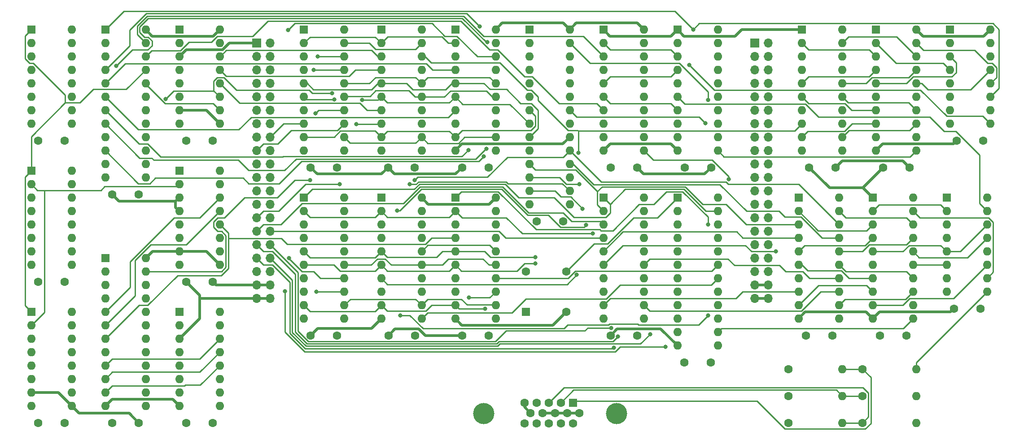
<source format=gbr>
%TF.GenerationSoftware,KiCad,Pcbnew,(5.1.8)-1*%
%TF.CreationDate,2020-12-28T18:02:53+00:00*%
%TF.ProjectId,vga-board,7667612d-626f-4617-9264-2e6b69636164,rev?*%
%TF.SameCoordinates,Original*%
%TF.FileFunction,Copper,L1,Top*%
%TF.FilePolarity,Positive*%
%FSLAX46Y46*%
G04 Gerber Fmt 4.6, Leading zero omitted, Abs format (unit mm)*
G04 Created by KiCad (PCBNEW (5.1.8)-1) date 2020-12-28 18:02:53*
%MOMM*%
%LPD*%
G01*
G04 APERTURE LIST*
%TA.AperFunction,ComponentPad*%
%ADD10O,1.600000X1.600000*%
%TD*%
%TA.AperFunction,ComponentPad*%
%ADD11R,1.600000X1.600000*%
%TD*%
%TA.AperFunction,ComponentPad*%
%ADD12C,1.600000*%
%TD*%
%TA.AperFunction,ComponentPad*%
%ADD13O,1.700000X1.700000*%
%TD*%
%TA.AperFunction,ComponentPad*%
%ADD14R,1.700000X1.700000*%
%TD*%
%TA.AperFunction,ComponentPad*%
%ADD15C,4.000000*%
%TD*%
%TA.AperFunction,ViaPad*%
%ADD16C,0.800000*%
%TD*%
%TA.AperFunction,Conductor*%
%ADD17C,0.500000*%
%TD*%
%TA.AperFunction,Conductor*%
%ADD18C,0.250000*%
%TD*%
G04 APERTURE END LIST*
D10*
%TO.P,U23,16*%
%TO.N,+5V*%
X213995000Y-120015000D03*
%TO.P,U23,8*%
%TO.N,GND*%
X206375000Y-137795000D03*
%TO.P,U23,15*%
%TO.N,BLANK_OUT*%
X213995000Y-122555000D03*
%TO.P,U23,7*%
%TO.N,Net-(R3-Pad1)*%
X206375000Y-135255000D03*
%TO.P,U23,14*%
%TO.N,FG_B*%
X213995000Y-125095000D03*
%TO.P,U23,6*%
%TO.N,BG_G*%
X206375000Y-132715000D03*
%TO.P,U23,13*%
%TO.N,BG_B*%
X213995000Y-127635000D03*
%TO.P,U23,5*%
%TO.N,FG_B*%
X206375000Y-130175000D03*
%TO.P,U23,12*%
%TO.N,Net-(R5-Pad1)*%
X213995000Y-130175000D03*
%TO.P,U23,4*%
%TO.N,Net-(R1-Pad1)*%
X206375000Y-127635000D03*
%TO.P,U23,11*%
%TO.N,FG_I*%
X213995000Y-132715000D03*
%TO.P,U23,3*%
%TO.N,BG_R*%
X206375000Y-125095000D03*
%TO.P,U23,10*%
%TO.N,BG_I*%
X213995000Y-135255000D03*
%TO.P,U23,2*%
%TO.N,FG_R*%
X206375000Y-122555000D03*
%TO.P,U23,9*%
%TO.N,Net-(R2-Pad2)*%
X213995000Y-137795000D03*
D11*
%TO.P,U23,1*%
%TO.N,PIXEL*%
X206375000Y-120015000D03*
%TD*%
D12*
%TO.P,C23,2*%
%TO.N,+5V*%
X119935000Y-146050000D03*
%TO.P,C23,1*%
%TO.N,GND*%
X114935000Y-146050000D03*
%TD*%
%TO.P,C25,2*%
%TO.N,+5V*%
X184785000Y-146050000D03*
%TO.P,C25,1*%
%TO.N,GND*%
X179785000Y-146050000D03*
%TD*%
%TO.P,C24,2*%
%TO.N,+5V*%
X161925000Y-114300000D03*
%TO.P,C24,1*%
%TO.N,GND*%
X156925000Y-114300000D03*
%TD*%
%TO.P,C22,2*%
%TO.N,+5V*%
X147955000Y-146050000D03*
%TO.P,C22,1*%
%TO.N,GND*%
X142955000Y-146050000D03*
%TD*%
%TO.P,C21,2*%
%TO.N,+5V*%
X161845000Y-151130000D03*
%TO.P,C21,1*%
%TO.N,GND*%
X156845000Y-151130000D03*
%TD*%
%TO.P,C20,2*%
%TO.N,+5V*%
X106045000Y-146050000D03*
%TO.P,C20,1*%
%TO.N,GND*%
X101045000Y-146050000D03*
%TD*%
%TO.P,C19,2*%
%TO.N,+5V*%
X198755000Y-146050000D03*
%TO.P,C19,1*%
%TO.N,GND*%
X193755000Y-146050000D03*
%TD*%
%TO.P,C18,2*%
%TO.N,+5V*%
X133985000Y-124460000D03*
%TO.P,C18,1*%
%TO.N,GND*%
X128985000Y-124460000D03*
%TD*%
%TO.P,C17,2*%
%TO.N,+5V*%
X67865000Y-109220000D03*
%TO.P,C17,1*%
%TO.N,GND*%
X62865000Y-109220000D03*
%TD*%
%TO.P,C16,2*%
%TO.N,+5V*%
X185420000Y-114300000D03*
%TO.P,C16,1*%
%TO.N,GND*%
X180420000Y-114300000D03*
%TD*%
%TO.P,C15,2*%
%TO.N,+5V*%
X147955000Y-114300000D03*
%TO.P,C15,1*%
%TO.N,GND*%
X142955000Y-114300000D03*
%TD*%
%TO.P,C14,2*%
%TO.N,+5V*%
X39925000Y-109220000D03*
%TO.P,C14,1*%
%TO.N,GND*%
X34925000Y-109220000D03*
%TD*%
%TO.P,C13,2*%
%TO.N,+5V*%
X213280000Y-109220000D03*
%TO.P,C13,1*%
%TO.N,GND*%
X208280000Y-109220000D03*
%TD*%
%TO.P,C12,2*%
%TO.N,+5V*%
X67865000Y-135890000D03*
%TO.P,C12,1*%
%TO.N,GND*%
X62865000Y-135890000D03*
%TD*%
%TO.P,C11,2*%
%TO.N,+5V*%
X199390000Y-114300000D03*
%TO.P,C11,1*%
%TO.N,GND*%
X194390000Y-114300000D03*
%TD*%
%TO.P,C10,2*%
%TO.N,+5V*%
X91360000Y-146050000D03*
%TO.P,C10,1*%
%TO.N,GND*%
X86360000Y-146050000D03*
%TD*%
%TO.P,C9,2*%
%TO.N,+5V*%
X212725000Y-140970000D03*
%TO.P,C9,1*%
%TO.N,GND*%
X207725000Y-140970000D03*
%TD*%
%TO.P,C8,2*%
%TO.N,+5V*%
X105965000Y-114300000D03*
%TO.P,C8,1*%
%TO.N,GND*%
X100965000Y-114300000D03*
%TD*%
%TO.P,C7,2*%
%TO.N,+5V*%
X67865000Y-162560000D03*
%TO.P,C7,1*%
%TO.N,GND*%
X62865000Y-162560000D03*
%TD*%
%TO.P,C6,2*%
%TO.N,+5V*%
X53895000Y-119380000D03*
%TO.P,C6,1*%
%TO.N,GND*%
X48895000Y-119380000D03*
%TD*%
%TO.P,C5,2*%
%TO.N,+5V*%
X91360000Y-114300000D03*
%TO.P,C5,1*%
%TO.N,GND*%
X86360000Y-114300000D03*
%TD*%
%TO.P,C4,2*%
%TO.N,+5V*%
X39925000Y-162560000D03*
%TO.P,C4,1*%
%TO.N,GND*%
X34925000Y-162560000D03*
%TD*%
%TO.P,C3,2*%
%TO.N,+5V*%
X53895000Y-162560000D03*
%TO.P,C3,1*%
%TO.N,GND*%
X48895000Y-162560000D03*
%TD*%
%TO.P,C2,2*%
%TO.N,+5V*%
X39925000Y-135890000D03*
%TO.P,C2,1*%
%TO.N,GND*%
X34925000Y-135890000D03*
%TD*%
%TO.P,C1,2*%
%TO.N,+5V*%
X119935000Y-114300000D03*
%TO.P,C1,1*%
%TO.N,GND*%
X114935000Y-114300000D03*
%TD*%
D13*
%TO.P,J2,40*%
%TO.N,GND*%
X172720000Y-139065000D03*
%TO.P,J2,39*%
X170180000Y-139065000D03*
%TO.P,J2,38*%
%TO.N,+5V*%
X172720000Y-136525000D03*
%TO.P,J2,37*%
X170180000Y-136525000D03*
%TO.P,J2,36*%
%TO.N,Net-(J2-Pad36)*%
X172720000Y-133985000D03*
%TO.P,J2,35*%
%TO.N,Net-(J2-Pad35)*%
X170180000Y-133985000D03*
%TO.P,J2,34*%
%TO.N,Net-(J2-Pad34)*%
X172720000Y-131445000D03*
%TO.P,J2,33*%
%TO.N,Net-(J2-Pad33)*%
X170180000Y-131445000D03*
%TO.P,J2,32*%
%TO.N,Net-(J2-Pad32)*%
X172720000Y-128905000D03*
%TO.P,J2,31*%
%TO.N,Net-(J2-Pad31)*%
X170180000Y-128905000D03*
%TO.P,J2,30*%
%TO.N,Net-(J2-Pad30)*%
X172720000Y-126365000D03*
%TO.P,J2,29*%
%TO.N,Net-(J2-Pad29)*%
X170180000Y-126365000D03*
%TO.P,J2,28*%
%TO.N,Net-(J2-Pad28)*%
X172720000Y-123825000D03*
%TO.P,J2,27*%
%TO.N,Net-(J2-Pad27)*%
X170180000Y-123825000D03*
%TO.P,J2,26*%
%TO.N,Net-(J2-Pad26)*%
X172720000Y-121285000D03*
%TO.P,J2,25*%
%TO.N,Net-(J2-Pad25)*%
X170180000Y-121285000D03*
%TO.P,J2,24*%
%TO.N,Net-(J2-Pad24)*%
X172720000Y-118745000D03*
%TO.P,J2,23*%
%TO.N,Net-(J2-Pad23)*%
X170180000Y-118745000D03*
%TO.P,J2,22*%
%TO.N,Net-(J2-Pad22)*%
X172720000Y-116205000D03*
%TO.P,J2,21*%
%TO.N,Net-(J2-Pad21)*%
X170180000Y-116205000D03*
%TO.P,J2,20*%
%TO.N,Net-(J2-Pad20)*%
X172720000Y-113665000D03*
%TO.P,J2,19*%
%TO.N,Net-(J2-Pad19)*%
X170180000Y-113665000D03*
%TO.P,J2,18*%
%TO.N,Net-(J2-Pad18)*%
X172720000Y-111125000D03*
%TO.P,J2,17*%
%TO.N,Net-(J2-Pad17)*%
X170180000Y-111125000D03*
%TO.P,J2,16*%
%TO.N,Net-(J2-Pad16)*%
X172720000Y-108585000D03*
%TO.P,J2,15*%
%TO.N,Net-(J2-Pad15)*%
X170180000Y-108585000D03*
%TO.P,J2,14*%
%TO.N,Net-(J2-Pad14)*%
X172720000Y-106045000D03*
%TO.P,J2,13*%
%TO.N,Net-(J2-Pad13)*%
X170180000Y-106045000D03*
%TO.P,J2,12*%
%TO.N,Net-(J2-Pad12)*%
X172720000Y-103505000D03*
%TO.P,J2,11*%
%TO.N,Net-(J2-Pad11)*%
X170180000Y-103505000D03*
%TO.P,J2,10*%
%TO.N,Net-(J2-Pad10)*%
X172720000Y-100965000D03*
%TO.P,J2,9*%
%TO.N,Net-(J2-Pad9)*%
X170180000Y-100965000D03*
%TO.P,J2,8*%
%TO.N,Net-(J2-Pad8)*%
X172720000Y-98425000D03*
%TO.P,J2,7*%
%TO.N,Net-(J2-Pad7)*%
X170180000Y-98425000D03*
%TO.P,J2,6*%
%TO.N,Net-(J2-Pad6)*%
X172720000Y-95885000D03*
%TO.P,J2,5*%
%TO.N,Net-(J2-Pad5)*%
X170180000Y-95885000D03*
%TO.P,J2,4*%
%TO.N,Net-(J2-Pad4)*%
X172720000Y-93345000D03*
%TO.P,J2,3*%
%TO.N,Net-(J2-Pad3)*%
X170180000Y-93345000D03*
%TO.P,J2,2*%
%TO.N,Net-(J2-Pad2)*%
X172720000Y-90805000D03*
D14*
%TO.P,J2,1*%
%TO.N,Net-(J2-Pad1)*%
X170180000Y-90805000D03*
%TD*%
D13*
%TO.P,J1,40*%
%TO.N,GND*%
X78740000Y-139065000D03*
%TO.P,J1,39*%
X76200000Y-139065000D03*
%TO.P,J1,38*%
%TO.N,+5V*%
X78740000Y-136525000D03*
%TO.P,J1,37*%
X76200000Y-136525000D03*
%TO.P,J1,36*%
%TO.N,D7*%
X78740000Y-133985000D03*
%TO.P,J1,35*%
%TO.N,D6*%
X76200000Y-133985000D03*
%TO.P,J1,34*%
%TO.N,D5*%
X78740000Y-131445000D03*
%TO.P,J1,33*%
%TO.N,D4*%
X76200000Y-131445000D03*
%TO.P,J1,32*%
%TO.N,D3*%
X78740000Y-128905000D03*
%TO.P,J1,31*%
%TO.N,D2*%
X76200000Y-128905000D03*
%TO.P,J1,30*%
%TO.N,D1*%
X78740000Y-126365000D03*
%TO.P,J1,29*%
%TO.N,D0*%
X76200000Y-126365000D03*
%TO.P,J1,28*%
%TO.N,A15*%
X78740000Y-123825000D03*
%TO.P,J1,27*%
%TO.N,A14*%
X76200000Y-123825000D03*
%TO.P,J1,26*%
%TO.N,A13*%
X78740000Y-121285000D03*
%TO.P,J1,25*%
%TO.N,A12*%
X76200000Y-121285000D03*
%TO.P,J1,24*%
%TO.N,A11*%
X78740000Y-118745000D03*
%TO.P,J1,23*%
%TO.N,A10*%
X76200000Y-118745000D03*
%TO.P,J1,22*%
%TO.N,A9*%
X78740000Y-116205000D03*
%TO.P,J1,21*%
%TO.N,A8*%
X76200000Y-116205000D03*
%TO.P,J1,20*%
%TO.N,A7*%
X78740000Y-113665000D03*
%TO.P,J1,19*%
%TO.N,A6*%
X76200000Y-113665000D03*
%TO.P,J1,18*%
%TO.N,A5*%
X78740000Y-111125000D03*
%TO.P,J1,17*%
%TO.N,A4*%
X76200000Y-111125000D03*
%TO.P,J1,16*%
%TO.N,A3*%
X78740000Y-108585000D03*
%TO.P,J1,15*%
%TO.N,A2*%
X76200000Y-108585000D03*
%TO.P,J1,14*%
%TO.N,A1*%
X78740000Y-106045000D03*
%TO.P,J1,13*%
%TO.N,A0*%
X76200000Y-106045000D03*
%TO.P,J1,12*%
%TO.N,!P_SELECT*%
X78740000Y-103505000D03*
%TO.P,J1,11*%
%TO.N,RDY*%
X76200000Y-103505000D03*
%TO.P,J1,10*%
%TO.N,!RESET*%
X78740000Y-100965000D03*
%TO.P,J1,9*%
%TO.N,R!W*%
X76200000Y-100965000D03*
%TO.P,J1,8*%
%TO.N,!WRITE*%
X78740000Y-98425000D03*
%TO.P,J1,7*%
%TO.N,!READ*%
X76200000Y-98425000D03*
%TO.P,J1,6*%
%TO.N,!NMI*%
X78740000Y-95885000D03*
%TO.P,J1,5*%
%TO.N,!IRQ*%
X76200000Y-95885000D03*
%TO.P,J1,4*%
%TO.N,PHI2*%
X78740000Y-93345000D03*
%TO.P,J1,3*%
%TO.N,PHI1*%
X76200000Y-93345000D03*
%TO.P,J1,2*%
%TO.N,CLK*%
X78740000Y-90805000D03*
D14*
%TO.P,J1,1*%
%TO.N,GND*%
X76200000Y-90805000D03*
%TD*%
D12*
%TO.P,X1,4*%
%TO.N,GND*%
X134620000Y-141605000D03*
%TO.P,X1,5*%
%TO.N,VCLK*%
X134620000Y-133985000D03*
%TO.P,X1,8*%
%TO.N,+5V*%
X127000000Y-133985000D03*
D11*
%TO.P,X1,1*%
%TO.N,Net-(X1-Pad1)*%
X127000000Y-141605000D03*
%TD*%
D10*
%TO.P,U25,20*%
%TO.N,+5V*%
X163195000Y-88265000D03*
%TO.P,U25,10*%
%TO.N,GND*%
X155575000Y-111125000D03*
%TO.P,U25,19*%
%TO.N,Net-(U25-Pad19)*%
X163195000Y-90805000D03*
%TO.P,U25,9*%
%TO.N,Net-(U25-Pad9)*%
X155575000Y-108585000D03*
%TO.P,U25,18*%
%TO.N,Net-(U25-Pad18)*%
X163195000Y-93345000D03*
%TO.P,U25,8*%
%TO.N,Net-(U25-Pad8)*%
X155575000Y-106045000D03*
%TO.P,U25,17*%
%TO.N,Net-(U25-Pad17)*%
X163195000Y-95885000D03*
%TO.P,U25,7*%
%TO.N,Net-(U24-Pad6)*%
X155575000Y-103505000D03*
%TO.P,U25,16*%
%TO.N,Net-(U25-Pad16)*%
X163195000Y-98425000D03*
%TO.P,U25,6*%
%TO.N,BLANK_OUT*%
X155575000Y-100965000D03*
%TO.P,U25,15*%
%TO.N,Net-(U25-Pad15)*%
X163195000Y-100965000D03*
%TO.P,U25,5*%
%TO.N,VSYNC_OUT*%
X155575000Y-98425000D03*
%TO.P,U25,14*%
%TO.N,Net-(U25-Pad14)*%
X163195000Y-103505000D03*
%TO.P,U25,4*%
%TO.N,Net-(U24-Pad5)*%
X155575000Y-95885000D03*
%TO.P,U25,13*%
%TO.N,Net-(U25-Pad13)*%
X163195000Y-106045000D03*
%TO.P,U25,3*%
%TO.N,Net-(U24-Pad2)*%
X155575000Y-93345000D03*
%TO.P,U25,12*%
%TO.N,Net-(U25-Pad12)*%
X163195000Y-108585000D03*
%TO.P,U25,2*%
%TO.N,HSYNC_OUT*%
X155575000Y-90805000D03*
%TO.P,U25,11*%
%TO.N,RELATCH*%
X163195000Y-111125000D03*
D11*
%TO.P,U25,1*%
%TO.N,GND*%
X155575000Y-88265000D03*
%TD*%
D10*
%TO.P,U24,20*%
%TO.N,+5V*%
X149225000Y-88265000D03*
%TO.P,U24,10*%
%TO.N,GND*%
X141605000Y-111125000D03*
%TO.P,U24,19*%
%TO.N,Net-(U24-Pad19)*%
X149225000Y-90805000D03*
%TO.P,U24,9*%
%TO.N,Net-(U24-Pad9)*%
X141605000Y-108585000D03*
%TO.P,U24,18*%
%TO.N,Net-(U24-Pad18)*%
X149225000Y-93345000D03*
%TO.P,U24,8*%
%TO.N,Net-(U24-Pad8)*%
X141605000Y-106045000D03*
%TO.P,U24,17*%
%TO.N,Net-(U24-Pad17)*%
X149225000Y-95885000D03*
%TO.P,U24,7*%
%TO.N,BLANK*%
X141605000Y-103505000D03*
%TO.P,U24,16*%
%TO.N,Net-(U24-Pad16)*%
X149225000Y-98425000D03*
%TO.P,U24,6*%
%TO.N,Net-(U24-Pad6)*%
X141605000Y-100965000D03*
%TO.P,U24,15*%
%TO.N,Net-(U24-Pad15)*%
X149225000Y-100965000D03*
%TO.P,U24,5*%
%TO.N,Net-(U24-Pad5)*%
X141605000Y-98425000D03*
%TO.P,U24,14*%
%TO.N,Net-(U24-Pad14)*%
X149225000Y-103505000D03*
%TO.P,U24,4*%
%TO.N,VSYNC*%
X141605000Y-95885000D03*
%TO.P,U24,13*%
%TO.N,Net-(U24-Pad13)*%
X149225000Y-106045000D03*
%TO.P,U24,3*%
%TO.N,HSYNC*%
X141605000Y-93345000D03*
%TO.P,U24,12*%
%TO.N,Net-(U24-Pad12)*%
X149225000Y-108585000D03*
%TO.P,U24,2*%
%TO.N,Net-(U24-Pad2)*%
X141605000Y-90805000D03*
%TO.P,U24,11*%
%TO.N,COLOR_LATCH*%
X149225000Y-111125000D03*
D11*
%TO.P,U24,1*%
%TO.N,GND*%
X141605000Y-88265000D03*
%TD*%
D10*
%TO.P,U22,20*%
%TO.N,+5V*%
X200025000Y-120015000D03*
%TO.P,U22,10*%
%TO.N,GND*%
X192405000Y-142875000D03*
%TO.P,U22,19*%
%TO.N,BG_I*%
X200025000Y-122555000D03*
%TO.P,U22,9*%
%TO.N,FG_I*%
X192405000Y-140335000D03*
%TO.P,U22,18*%
%TO.N,Net-(U21-Pad19)*%
X200025000Y-125095000D03*
%TO.P,U22,8*%
%TO.N,Net-(U21-Pad9)*%
X192405000Y-137795000D03*
%TO.P,U22,17*%
%TO.N,Net-(U21-Pad16)*%
X200025000Y-127635000D03*
%TO.P,U22,7*%
%TO.N,Net-(U21-Pad6)*%
X192405000Y-135255000D03*
%TO.P,U22,16*%
%TO.N,BG_B*%
X200025000Y-130175000D03*
%TO.P,U22,6*%
%TO.N,FG_B*%
X192405000Y-132715000D03*
%TO.P,U22,15*%
%TO.N,BG_G*%
X200025000Y-132715000D03*
%TO.P,U22,5*%
%TO.N,FG_B*%
X192405000Y-130175000D03*
%TO.P,U22,14*%
%TO.N,Net-(U21-Pad15)*%
X200025000Y-135255000D03*
%TO.P,U22,4*%
%TO.N,Net-(U21-Pad5)*%
X192405000Y-127635000D03*
%TO.P,U22,13*%
%TO.N,Net-(U21-Pad12)*%
X200025000Y-137795000D03*
%TO.P,U22,3*%
%TO.N,Net-(U21-Pad2)*%
X192405000Y-125095000D03*
%TO.P,U22,12*%
%TO.N,BG_R*%
X200025000Y-140335000D03*
%TO.P,U22,2*%
%TO.N,FG_R*%
X192405000Y-122555000D03*
%TO.P,U22,11*%
%TO.N,RELATCH*%
X200025000Y-142875000D03*
D11*
%TO.P,U22,1*%
%TO.N,GND*%
X192405000Y-120015000D03*
%TD*%
D10*
%TO.P,U21,20*%
%TO.N,+5V*%
X186055000Y-120015000D03*
%TO.P,U21,10*%
%TO.N,GND*%
X178435000Y-142875000D03*
%TO.P,U21,19*%
%TO.N,Net-(U21-Pad19)*%
X186055000Y-122555000D03*
%TO.P,U21,9*%
%TO.N,Net-(U21-Pad9)*%
X178435000Y-140335000D03*
%TO.P,U21,18*%
%TO.N,VD7*%
X186055000Y-125095000D03*
%TO.P,U21,8*%
%TO.N,VD3*%
X178435000Y-137795000D03*
%TO.P,U21,17*%
%TO.N,VD6*%
X186055000Y-127635000D03*
%TO.P,U21,7*%
%TO.N,VD2*%
X178435000Y-135255000D03*
%TO.P,U21,16*%
%TO.N,Net-(U21-Pad16)*%
X186055000Y-130175000D03*
%TO.P,U21,6*%
%TO.N,Net-(U21-Pad6)*%
X178435000Y-132715000D03*
%TO.P,U21,15*%
%TO.N,Net-(U21-Pad15)*%
X186055000Y-132715000D03*
%TO.P,U21,5*%
%TO.N,Net-(U21-Pad5)*%
X178435000Y-130175000D03*
%TO.P,U21,14*%
%TO.N,VD5*%
X186055000Y-135255000D03*
%TO.P,U21,4*%
%TO.N,VD1*%
X178435000Y-127635000D03*
%TO.P,U21,13*%
%TO.N,VD4*%
X186055000Y-137795000D03*
%TO.P,U21,3*%
%TO.N,VD0*%
X178435000Y-125095000D03*
%TO.P,U21,12*%
%TO.N,Net-(U21-Pad12)*%
X186055000Y-140335000D03*
%TO.P,U21,2*%
%TO.N,Net-(U21-Pad2)*%
X178435000Y-122555000D03*
%TO.P,U21,11*%
%TO.N,COLOR_LATCH*%
X186055000Y-142875000D03*
D11*
%TO.P,U21,1*%
%TO.N,GND*%
X178435000Y-120015000D03*
%TD*%
D10*
%TO.P,U20,16*%
%TO.N,+5V*%
X214630000Y-88265000D03*
%TO.P,U20,8*%
%TO.N,GND*%
X207010000Y-106045000D03*
%TO.P,U20,15*%
%TO.N,Net-(U19-Pad12)*%
X214630000Y-90805000D03*
%TO.P,U20,7*%
%TO.N,GND*%
X207010000Y-103505000D03*
%TO.P,U20,14*%
%TO.N,Net-(U19-Pad15)*%
X214630000Y-93345000D03*
%TO.P,U20,6*%
%TO.N,Net-(U20-Pad6)*%
X207010000Y-100965000D03*
%TO.P,U20,13*%
%TO.N,Net-(U19-Pad16)*%
X214630000Y-95885000D03*
%TO.P,U20,5*%
%TO.N,PIXEL*%
X207010000Y-98425000D03*
%TO.P,U20,12*%
%TO.N,Net-(U19-Pad19)*%
X214630000Y-98425000D03*
%TO.P,U20,4*%
%TO.N,Net-(U19-Pad2)*%
X207010000Y-95885000D03*
%TO.P,U20,11*%
%TO.N,X0*%
X214630000Y-100965000D03*
%TO.P,U20,3*%
%TO.N,Net-(U19-Pad5)*%
X207010000Y-93345000D03*
%TO.P,U20,10*%
%TO.N,X1*%
X214630000Y-103505000D03*
%TO.P,U20,2*%
%TO.N,Net-(U19-Pad6)*%
X207010000Y-90805000D03*
%TO.P,U20,9*%
%TO.N,CLK*%
X214630000Y-106045000D03*
D11*
%TO.P,U20,1*%
%TO.N,Net-(U19-Pad9)*%
X207010000Y-88265000D03*
%TD*%
D10*
%TO.P,U19,20*%
%TO.N,+5V*%
X200660000Y-88265000D03*
%TO.P,U19,10*%
%TO.N,GND*%
X193040000Y-111125000D03*
%TO.P,U19,19*%
%TO.N,Net-(U19-Pad19)*%
X200660000Y-90805000D03*
%TO.P,U19,9*%
%TO.N,Net-(U19-Pad9)*%
X193040000Y-108585000D03*
%TO.P,U19,18*%
%TO.N,Net-(U18-Pad19)*%
X200660000Y-93345000D03*
%TO.P,U19,8*%
%TO.N,Net-(U18-Pad9)*%
X193040000Y-106045000D03*
%TO.P,U19,17*%
%TO.N,Net-(U18-Pad16)*%
X200660000Y-95885000D03*
%TO.P,U19,7*%
%TO.N,Net-(U18-Pad6)*%
X193040000Y-103505000D03*
%TO.P,U19,16*%
%TO.N,Net-(U19-Pad16)*%
X200660000Y-98425000D03*
%TO.P,U19,6*%
%TO.N,Net-(U19-Pad6)*%
X193040000Y-100965000D03*
%TO.P,U19,15*%
%TO.N,Net-(U19-Pad15)*%
X200660000Y-100965000D03*
%TO.P,U19,5*%
%TO.N,Net-(U19-Pad5)*%
X193040000Y-98425000D03*
%TO.P,U19,14*%
%TO.N,Net-(U18-Pad15)*%
X200660000Y-103505000D03*
%TO.P,U19,4*%
%TO.N,Net-(U18-Pad5)*%
X193040000Y-95885000D03*
%TO.P,U19,13*%
%TO.N,Net-(U18-Pad12)*%
X200660000Y-106045000D03*
%TO.P,U19,3*%
%TO.N,Net-(U18-Pad2)*%
X193040000Y-93345000D03*
%TO.P,U19,12*%
%TO.N,Net-(U19-Pad12)*%
X200660000Y-108585000D03*
%TO.P,U19,2*%
%TO.N,Net-(U19-Pad2)*%
X193040000Y-90805000D03*
%TO.P,U19,11*%
%TO.N,RELATCH*%
X200660000Y-111125000D03*
D11*
%TO.P,U19,1*%
%TO.N,VCLK*%
X193040000Y-88265000D03*
%TD*%
D10*
%TO.P,U18,20*%
%TO.N,+5V*%
X186690000Y-88265000D03*
%TO.P,U18,10*%
%TO.N,GND*%
X179070000Y-111125000D03*
%TO.P,U18,19*%
%TO.N,Net-(U18-Pad19)*%
X186690000Y-90805000D03*
%TO.P,U18,9*%
%TO.N,Net-(U18-Pad9)*%
X179070000Y-108585000D03*
%TO.P,U18,18*%
%TO.N,VD7*%
X186690000Y-93345000D03*
%TO.P,U18,8*%
%TO.N,VD3*%
X179070000Y-106045000D03*
%TO.P,U18,17*%
%TO.N,VD6*%
X186690000Y-95885000D03*
%TO.P,U18,7*%
%TO.N,VD2*%
X179070000Y-103505000D03*
%TO.P,U18,16*%
%TO.N,Net-(U18-Pad16)*%
X186690000Y-98425000D03*
%TO.P,U18,6*%
%TO.N,Net-(U18-Pad6)*%
X179070000Y-100965000D03*
%TO.P,U18,15*%
%TO.N,Net-(U18-Pad15)*%
X186690000Y-100965000D03*
%TO.P,U18,5*%
%TO.N,Net-(U18-Pad5)*%
X179070000Y-98425000D03*
%TO.P,U18,14*%
%TO.N,VD5*%
X186690000Y-103505000D03*
%TO.P,U18,4*%
%TO.N,VD1*%
X179070000Y-95885000D03*
%TO.P,U18,13*%
%TO.N,VD4*%
X186690000Y-106045000D03*
%TO.P,U18,3*%
%TO.N,VD0*%
X179070000Y-93345000D03*
%TO.P,U18,12*%
%TO.N,Net-(U18-Pad12)*%
X186690000Y-108585000D03*
%TO.P,U18,2*%
%TO.N,Net-(U18-Pad2)*%
X179070000Y-90805000D03*
%TO.P,U18,11*%
%TO.N,FONT_LATCH*%
X186690000Y-111125000D03*
D11*
%TO.P,U18,1*%
%TO.N,GND*%
X179070000Y-88265000D03*
%TD*%
D10*
%TO.P,U17,20*%
%TO.N,+5V*%
X149225000Y-120015000D03*
%TO.P,U17,10*%
%TO.N,GND*%
X141605000Y-142875000D03*
%TO.P,U17,19*%
%TO.N,Net-(U17-Pad19)*%
X149225000Y-122555000D03*
%TO.P,U17,9*%
%TO.N,VD3*%
X141605000Y-140335000D03*
%TO.P,U17,18*%
%TO.N,Net-(U17-Pad18)*%
X149225000Y-125095000D03*
%TO.P,U17,8*%
%TO.N,D3*%
X141605000Y-137795000D03*
%TO.P,U17,17*%
%TO.N,Net-(U17-Pad17)*%
X149225000Y-127635000D03*
%TO.P,U17,7*%
%TO.N,D2*%
X141605000Y-135255000D03*
%TO.P,U17,16*%
%TO.N,Net-(U17-Pad16)*%
X149225000Y-130175000D03*
%TO.P,U17,6*%
%TO.N,VD2*%
X141605000Y-132715000D03*
%TO.P,U17,15*%
%TO.N,VD5*%
X149225000Y-132715000D03*
%TO.P,U17,5*%
%TO.N,VD1*%
X141605000Y-130175000D03*
%TO.P,U17,14*%
%TO.N,D5*%
X149225000Y-135255000D03*
%TO.P,U17,4*%
%TO.N,D1*%
X141605000Y-127635000D03*
%TO.P,U17,13*%
%TO.N,D4*%
X149225000Y-137795000D03*
%TO.P,U17,3*%
%TO.N,D0*%
X141605000Y-125095000D03*
%TO.P,U17,12*%
%TO.N,VD4*%
X149225000Y-140335000D03*
%TO.P,U17,2*%
%TO.N,VD0*%
X141605000Y-122555000D03*
%TO.P,U17,11*%
%TO.N,+5V*%
X149225000Y-142875000D03*
D11*
%TO.P,U17,1*%
%TO.N,!CPU_MASTER*%
X141605000Y-120015000D03*
%TD*%
D10*
%TO.P,U16,20*%
%TO.N,+5V*%
X92710000Y-120015000D03*
%TO.P,U16,10*%
%TO.N,GND*%
X85090000Y-142875000D03*
%TO.P,U16,19*%
%TO.N,Net-(U16-Pad19)*%
X92710000Y-122555000D03*
%TO.P,U16,9*%
%TO.N,VA11*%
X85090000Y-140335000D03*
%TO.P,U16,18*%
%TO.N,Net-(U16-Pad18)*%
X92710000Y-125095000D03*
%TO.P,U16,8*%
%TO.N,A11*%
X85090000Y-137795000D03*
%TO.P,U16,17*%
%TO.N,A14*%
X92710000Y-127635000D03*
%TO.P,U16,7*%
%TO.N,A10*%
X85090000Y-135255000D03*
%TO.P,U16,16*%
%TO.N,VA14*%
X92710000Y-130175000D03*
%TO.P,U16,6*%
%TO.N,VA10*%
X85090000Y-132715000D03*
%TO.P,U16,15*%
%TO.N,VA13*%
X92710000Y-132715000D03*
%TO.P,U16,5*%
%TO.N,VA9*%
X85090000Y-130175000D03*
%TO.P,U16,14*%
%TO.N,A13*%
X92710000Y-135255000D03*
%TO.P,U16,4*%
%TO.N,A9*%
X85090000Y-127635000D03*
%TO.P,U16,13*%
%TO.N,A12*%
X92710000Y-137795000D03*
%TO.P,U16,3*%
%TO.N,A8*%
X85090000Y-125095000D03*
%TO.P,U16,12*%
%TO.N,VA12*%
X92710000Y-140335000D03*
%TO.P,U16,2*%
%TO.N,VA8*%
X85090000Y-122555000D03*
%TO.P,U16,11*%
%TO.N,+5V*%
X92710000Y-142875000D03*
D11*
%TO.P,U16,1*%
%TO.N,!CPU_MASTER*%
X85090000Y-120015000D03*
%TD*%
D10*
%TO.P,U15,20*%
%TO.N,+5V*%
X92710000Y-88265000D03*
%TO.P,U15,10*%
%TO.N,GND*%
X85090000Y-111125000D03*
%TO.P,U15,19*%
%TO.N,VA7*%
X92710000Y-90805000D03*
%TO.P,U15,9*%
%TO.N,VA3*%
X85090000Y-108585000D03*
%TO.P,U15,18*%
%TO.N,A7*%
X92710000Y-93345000D03*
%TO.P,U15,8*%
%TO.N,A3*%
X85090000Y-106045000D03*
%TO.P,U15,17*%
%TO.N,A6*%
X92710000Y-95885000D03*
%TO.P,U15,7*%
%TO.N,A2*%
X85090000Y-103505000D03*
%TO.P,U15,16*%
%TO.N,VA6*%
X92710000Y-98425000D03*
%TO.P,U15,6*%
%TO.N,VA2*%
X85090000Y-100965000D03*
%TO.P,U15,15*%
%TO.N,VA5*%
X92710000Y-100965000D03*
%TO.P,U15,5*%
%TO.N,VA1*%
X85090000Y-98425000D03*
%TO.P,U15,14*%
%TO.N,A5*%
X92710000Y-103505000D03*
%TO.P,U15,4*%
%TO.N,A1*%
X85090000Y-95885000D03*
%TO.P,U15,13*%
%TO.N,A4*%
X92710000Y-106045000D03*
%TO.P,U15,3*%
%TO.N,A0*%
X85090000Y-93345000D03*
%TO.P,U15,12*%
%TO.N,VA4*%
X92710000Y-108585000D03*
%TO.P,U15,2*%
%TO.N,VA0*%
X85090000Y-90805000D03*
%TO.P,U15,11*%
%TO.N,+5V*%
X92710000Y-111125000D03*
D11*
%TO.P,U15,1*%
%TO.N,!CPU_MASTER*%
X85090000Y-88265000D03*
%TD*%
D10*
%TO.P,U14,20*%
%TO.N,+5V*%
X107315000Y-120015000D03*
%TO.P,U14,10*%
%TO.N,GND*%
X99695000Y-142875000D03*
%TO.P,U14,19*%
%TO.N,Net-(U14-Pad19)*%
X107315000Y-122555000D03*
%TO.P,U14,9*%
%TO.N,VA11*%
X99695000Y-140335000D03*
%TO.P,U14,18*%
%TO.N,Net-(U14-Pad18)*%
X107315000Y-125095000D03*
%TO.P,U14,8*%
%TO.N,VD7*%
X99695000Y-137795000D03*
%TO.P,U14,17*%
%TO.N,+5V*%
X107315000Y-127635000D03*
%TO.P,U14,7*%
%TO.N,VD6*%
X99695000Y-135255000D03*
%TO.P,U14,16*%
%TO.N,VA14*%
X107315000Y-130175000D03*
%TO.P,U14,6*%
%TO.N,VA10*%
X99695000Y-132715000D03*
%TO.P,U14,15*%
%TO.N,VA13*%
X107315000Y-132715000D03*
%TO.P,U14,5*%
%TO.N,VA9*%
X99695000Y-130175000D03*
%TO.P,U14,14*%
%TO.N,GND*%
X107315000Y-135255000D03*
%TO.P,U14,4*%
%TO.N,VD5*%
X99695000Y-127635000D03*
%TO.P,U14,13*%
%TO.N,GND*%
X107315000Y-137795000D03*
%TO.P,U14,3*%
%TO.N,VD4*%
X99695000Y-125095000D03*
%TO.P,U14,12*%
%TO.N,VA12*%
X107315000Y-140335000D03*
%TO.P,U14,2*%
%TO.N,VA8*%
X99695000Y-122555000D03*
%TO.P,U14,11*%
%TO.N,CHAR_LATCH*%
X107315000Y-142875000D03*
D11*
%TO.P,U14,1*%
%TO.N,!FONT_MASTER*%
X99695000Y-120015000D03*
%TD*%
D10*
%TO.P,U13,20*%
%TO.N,+5V*%
X107315000Y-88265000D03*
%TO.P,U13,10*%
%TO.N,GND*%
X99695000Y-111125000D03*
%TO.P,U13,19*%
%TO.N,VA7*%
X107315000Y-90805000D03*
%TO.P,U13,9*%
%TO.N,VA3*%
X99695000Y-108585000D03*
%TO.P,U13,18*%
%TO.N,VD3*%
X107315000Y-93345000D03*
%TO.P,U13,8*%
%TO.N,Y3*%
X99695000Y-106045000D03*
%TO.P,U13,17*%
%TO.N,VD2*%
X107315000Y-95885000D03*
%TO.P,U13,7*%
%TO.N,Y2*%
X99695000Y-103505000D03*
%TO.P,U13,16*%
%TO.N,VA6*%
X107315000Y-98425000D03*
%TO.P,U13,6*%
%TO.N,VA2*%
X99695000Y-100965000D03*
%TO.P,U13,15*%
%TO.N,VA5*%
X107315000Y-100965000D03*
%TO.P,U13,5*%
%TO.N,VA1*%
X99695000Y-98425000D03*
%TO.P,U13,14*%
%TO.N,VD1*%
X107315000Y-103505000D03*
%TO.P,U13,4*%
%TO.N,Y1*%
X99695000Y-95885000D03*
%TO.P,U13,13*%
%TO.N,VD0*%
X107315000Y-106045000D03*
%TO.P,U13,3*%
%TO.N,Y0*%
X99695000Y-93345000D03*
%TO.P,U13,12*%
%TO.N,VA4*%
X107315000Y-108585000D03*
%TO.P,U13,2*%
%TO.N,VA0*%
X99695000Y-90805000D03*
%TO.P,U13,11*%
%TO.N,CHAR_LATCH*%
X107315000Y-111125000D03*
D11*
%TO.P,U13,1*%
%TO.N,!FONT_MASTER*%
X99695000Y-88265000D03*
%TD*%
D10*
%TO.P,U12,20*%
%TO.N,+5V*%
X121285000Y-120015000D03*
%TO.P,U12,10*%
%TO.N,GND*%
X113665000Y-142875000D03*
%TO.P,U12,19*%
%TO.N,Net-(U12-Pad19)*%
X121285000Y-122555000D03*
%TO.P,U12,9*%
%TO.N,VA11*%
X113665000Y-140335000D03*
%TO.P,U12,18*%
%TO.N,Net-(U12-Pad18)*%
X121285000Y-125095000D03*
%TO.P,U12,8*%
%TO.N,Y8*%
X113665000Y-137795000D03*
%TO.P,U12,17*%
%TO.N,GND*%
X121285000Y-127635000D03*
%TO.P,U12,7*%
%TO.N,Y7*%
X113665000Y-135255000D03*
%TO.P,U12,16*%
%TO.N,VA14*%
X121285000Y-130175000D03*
%TO.P,U12,6*%
%TO.N,VA10*%
X113665000Y-132715000D03*
%TO.P,U12,15*%
%TO.N,VA13*%
X121285000Y-132715000D03*
%TO.P,U12,5*%
%TO.N,VA9*%
X113665000Y-130175000D03*
%TO.P,U12,14*%
%TO.N,COLOR*%
X121285000Y-135255000D03*
%TO.P,U12,4*%
%TO.N,Y6*%
X113665000Y-127635000D03*
%TO.P,U12,13*%
%TO.N,Y9*%
X121285000Y-137795000D03*
%TO.P,U12,3*%
%TO.N,Y5*%
X113665000Y-125095000D03*
%TO.P,U12,12*%
%TO.N,VA12*%
X121285000Y-140335000D03*
%TO.P,U12,2*%
%TO.N,VA8*%
X113665000Y-122555000D03*
%TO.P,U12,11*%
%TO.N,+5V*%
X121285000Y-142875000D03*
D11*
%TO.P,U12,1*%
%TO.N,!CC_MASTER*%
X113665000Y-120015000D03*
%TD*%
D10*
%TO.P,U11,20*%
%TO.N,+5V*%
X121285000Y-88265000D03*
%TO.P,U11,10*%
%TO.N,GND*%
X113665000Y-111125000D03*
%TO.P,U11,19*%
%TO.N,VA7*%
X121285000Y-90805000D03*
%TO.P,U11,9*%
%TO.N,VA3*%
X113665000Y-108585000D03*
%TO.P,U11,18*%
%TO.N,Y4*%
X121285000Y-93345000D03*
%TO.P,U11,8*%
%TO.N,X6*%
X113665000Y-106045000D03*
%TO.P,U11,17*%
%TO.N,X9*%
X121285000Y-95885000D03*
%TO.P,U11,7*%
%TO.N,X5*%
X113665000Y-103505000D03*
%TO.P,U11,16*%
%TO.N,VA6*%
X121285000Y-98425000D03*
%TO.P,U11,6*%
%TO.N,VA2*%
X113665000Y-100965000D03*
%TO.P,U11,15*%
%TO.N,VA5*%
X121285000Y-100965000D03*
%TO.P,U11,5*%
%TO.N,VA1*%
X113665000Y-98425000D03*
%TO.P,U11,14*%
%TO.N,X8*%
X121285000Y-103505000D03*
%TO.P,U11,4*%
%TO.N,X4*%
X113665000Y-95885000D03*
%TO.P,U11,13*%
%TO.N,X7*%
X121285000Y-106045000D03*
%TO.P,U11,3*%
%TO.N,X3*%
X113665000Y-93345000D03*
%TO.P,U11,12*%
%TO.N,VA4*%
X121285000Y-108585000D03*
%TO.P,U11,2*%
%TO.N,VA0*%
X113665000Y-90805000D03*
%TO.P,U11,11*%
%TO.N,+5V*%
X121285000Y-111125000D03*
D11*
%TO.P,U11,1*%
%TO.N,!CC_MASTER*%
X113665000Y-88265000D03*
%TD*%
D10*
%TO.P,U10,16*%
%TO.N,+5V*%
X69215000Y-141605000D03*
%TO.P,U10,8*%
%TO.N,GND*%
X61595000Y-159385000D03*
%TO.P,U10,15*%
%TO.N,Net-(U10-Pad15)*%
X69215000Y-144145000D03*
%TO.P,U10,7*%
%TO.N,+5V*%
X61595000Y-156845000D03*
%TO.P,U10,14*%
%TO.N,Y8*%
X69215000Y-146685000D03*
%TO.P,U10,6*%
%TO.N,GND*%
X61595000Y-154305000D03*
%TO.P,U10,13*%
%TO.N,Y9*%
X69215000Y-149225000D03*
%TO.P,U10,5*%
%TO.N,GND*%
X61595000Y-151765000D03*
%TO.P,U10,12*%
%TO.N,Y10*%
X69215000Y-151765000D03*
%TO.P,U10,4*%
%TO.N,GND*%
X61595000Y-149225000D03*
%TO.P,U10,11*%
%TO.N,Net-(U10-Pad11)*%
X69215000Y-154305000D03*
%TO.P,U10,3*%
%TO.N,GND*%
X61595000Y-146685000D03*
%TO.P,U10,10*%
%TO.N,Net-(U10-Pad10)*%
X69215000Y-156845000D03*
%TO.P,U10,2*%
%TO.N,VCLK*%
X61595000Y-144145000D03*
%TO.P,U10,9*%
%TO.N,+5V*%
X69215000Y-159385000D03*
D11*
%TO.P,U10,1*%
%TO.N,!VRST*%
X61595000Y-141605000D03*
%TD*%
D10*
%TO.P,U9,16*%
%TO.N,+5V*%
X69215000Y-114935000D03*
%TO.P,U9,8*%
%TO.N,GND*%
X61595000Y-132715000D03*
%TO.P,U9,15*%
%TO.N,Net-(U10-Pad10)*%
X69215000Y-117475000D03*
%TO.P,U9,7*%
%TO.N,+5V*%
X61595000Y-130175000D03*
%TO.P,U9,14*%
%TO.N,Y4*%
X69215000Y-120015000D03*
%TO.P,U9,6*%
%TO.N,GND*%
X61595000Y-127635000D03*
%TO.P,U9,13*%
%TO.N,Y5*%
X69215000Y-122555000D03*
%TO.P,U9,5*%
%TO.N,GND*%
X61595000Y-125095000D03*
%TO.P,U9,12*%
%TO.N,Y6*%
X69215000Y-125095000D03*
%TO.P,U9,4*%
%TO.N,GND*%
X61595000Y-122555000D03*
%TO.P,U9,11*%
%TO.N,Y7*%
X69215000Y-127635000D03*
%TO.P,U9,3*%
%TO.N,GND*%
X61595000Y-120015000D03*
%TO.P,U9,10*%
%TO.N,Net-(U8-Pad15)*%
X69215000Y-130175000D03*
%TO.P,U9,2*%
%TO.N,VCLK*%
X61595000Y-117475000D03*
%TO.P,U9,9*%
%TO.N,+5V*%
X69215000Y-132715000D03*
D11*
%TO.P,U9,1*%
%TO.N,!VRST*%
X61595000Y-114935000D03*
%TD*%
D10*
%TO.P,U8,16*%
%TO.N,+5V*%
X69215000Y-88265000D03*
%TO.P,U8,8*%
%TO.N,GND*%
X61595000Y-106045000D03*
%TO.P,U8,15*%
%TO.N,Net-(U8-Pad15)*%
X69215000Y-90805000D03*
%TO.P,U8,7*%
%TO.N,+5V*%
X61595000Y-103505000D03*
%TO.P,U8,14*%
%TO.N,Y0*%
X69215000Y-93345000D03*
%TO.P,U8,6*%
%TO.N,GND*%
X61595000Y-100965000D03*
%TO.P,U8,13*%
%TO.N,Y1*%
X69215000Y-95885000D03*
%TO.P,U8,5*%
%TO.N,GND*%
X61595000Y-98425000D03*
%TO.P,U8,12*%
%TO.N,Y2*%
X69215000Y-98425000D03*
%TO.P,U8,4*%
%TO.N,GND*%
X61595000Y-95885000D03*
%TO.P,U8,11*%
%TO.N,Y3*%
X69215000Y-100965000D03*
%TO.P,U8,3*%
%TO.N,GND*%
X61595000Y-93345000D03*
%TO.P,U8,10*%
%TO.N,LINE_INC*%
X69215000Y-103505000D03*
%TO.P,U8,2*%
%TO.N,VCLK*%
X61595000Y-90805000D03*
%TO.P,U8,9*%
%TO.N,+5V*%
X69215000Y-106045000D03*
D11*
%TO.P,U8,1*%
%TO.N,!VRST*%
X61595000Y-88265000D03*
%TD*%
D10*
%TO.P,U7,24*%
%TO.N,+5V*%
X55245000Y-131445000D03*
%TO.P,U7,12*%
%TO.N,GND*%
X47625000Y-159385000D03*
%TO.P,U7,23*%
%TO.N,VSYNC*%
X55245000Y-133985000D03*
%TO.P,U7,11*%
%TO.N,Y10*%
X47625000Y-156845000D03*
%TO.P,U7,22*%
%TO.N,VBLANK*%
X55245000Y-136525000D03*
%TO.P,U7,10*%
%TO.N,Y9*%
X47625000Y-154305000D03*
%TO.P,U7,21*%
%TO.N,!VRST*%
X55245000Y-139065000D03*
%TO.P,U7,9*%
%TO.N,Y8*%
X47625000Y-151765000D03*
%TO.P,U7,20*%
%TO.N,Net-(U7-Pad20)*%
X55245000Y-141605000D03*
%TO.P,U7,8*%
%TO.N,Y7*%
X47625000Y-149225000D03*
%TO.P,U7,19*%
%TO.N,Net-(U7-Pad19)*%
X55245000Y-144145000D03*
%TO.P,U7,7*%
%TO.N,Y6*%
X47625000Y-146685000D03*
%TO.P,U7,18*%
%TO.N,Net-(U7-Pad18)*%
X55245000Y-146685000D03*
%TO.P,U7,6*%
%TO.N,Y5*%
X47625000Y-144145000D03*
%TO.P,U7,17*%
%TO.N,Net-(U7-Pad17)*%
X55245000Y-149225000D03*
%TO.P,U7,5*%
%TO.N,Y4*%
X47625000Y-141605000D03*
%TO.P,U7,16*%
%TO.N,Net-(U7-Pad16)*%
X55245000Y-151765000D03*
%TO.P,U7,4*%
%TO.N,Y3*%
X47625000Y-139065000D03*
%TO.P,U7,15*%
%TO.N,Net-(U7-Pad15)*%
X55245000Y-154305000D03*
%TO.P,U7,3*%
%TO.N,Y2*%
X47625000Y-136525000D03*
%TO.P,U7,14*%
%TO.N,Net-(U7-Pad14)*%
X55245000Y-156845000D03*
%TO.P,U7,2*%
%TO.N,Y1*%
X47625000Y-133985000D03*
%TO.P,U7,13*%
%TO.N,Net-(U7-Pad13)*%
X55245000Y-159385000D03*
D11*
%TO.P,U7,1*%
%TO.N,Y0*%
X47625000Y-131445000D03*
%TD*%
D10*
%TO.P,U6,24*%
%TO.N,+5V*%
X163195000Y-120015000D03*
%TO.P,U6,12*%
%TO.N,GND*%
X155575000Y-147955000D03*
%TO.P,U6,23*%
%TO.N,!CPU_MASTER*%
X163195000Y-122555000D03*
%TO.P,U6,11*%
%TO.N,Net-(U6-Pad11)*%
X155575000Y-145415000D03*
%TO.P,U6,22*%
%TO.N,CPU_MASTER*%
X163195000Y-125095000D03*
%TO.P,U6,10*%
%TO.N,Net-(U6-Pad10)*%
X155575000Y-142875000D03*
%TO.P,U6,21*%
%TO.N,!VRAM_WRITE*%
X163195000Y-127635000D03*
%TO.P,U6,9*%
%TO.N,Net-(U6-Pad9)*%
X155575000Y-140335000D03*
%TO.P,U6,20*%
%TO.N,!CC_MASTER*%
X163195000Y-130175000D03*
%TO.P,U6,8*%
%TO.N,Net-(U6-Pad8)*%
X155575000Y-137795000D03*
%TO.P,U6,19*%
%TO.N,COLOR*%
X163195000Y-132715000D03*
%TO.P,U6,7*%
%TO.N,Net-(U6-Pad7)*%
X155575000Y-135255000D03*
%TO.P,U6,18*%
%TO.N,CHAR_LATCH*%
X163195000Y-135255000D03*
%TO.P,U6,6*%
%TO.N,R!W*%
X155575000Y-132715000D03*
%TO.P,U6,17*%
%TO.N,COLOR_LATCH*%
X163195000Y-137795000D03*
%TO.P,U6,5*%
%TO.N,A15*%
X155575000Y-130175000D03*
%TO.P,U6,16*%
%TO.N,!FONT_MASTER*%
X163195000Y-140335000D03*
%TO.P,U6,4*%
%TO.N,CLK*%
X155575000Y-127635000D03*
%TO.P,U6,15*%
%TO.N,FONT_LATCH*%
X163195000Y-142875000D03*
%TO.P,U6,3*%
%TO.N,X1*%
X155575000Y-125095000D03*
%TO.P,U6,14*%
%TO.N,RELATCH*%
X163195000Y-145415000D03*
%TO.P,U6,2*%
%TO.N,X0*%
X155575000Y-122555000D03*
%TO.P,U6,13*%
%TO.N,Net-(U6-Pad13)*%
X163195000Y-147955000D03*
D11*
%TO.P,U6,1*%
%TO.N,VCLK*%
X155575000Y-120015000D03*
%TD*%
D10*
%TO.P,U5,28*%
%TO.N,+5V*%
X135255000Y-88265000D03*
%TO.P,U5,14*%
%TO.N,GND*%
X127635000Y-121285000D03*
%TO.P,U5,27*%
%TO.N,!VRAM_WRITE*%
X135255000Y-90805000D03*
%TO.P,U5,13*%
%TO.N,VD2*%
X127635000Y-118745000D03*
%TO.P,U5,26*%
%TO.N,VA13*%
X135255000Y-93345000D03*
%TO.P,U5,12*%
%TO.N,VD1*%
X127635000Y-116205000D03*
%TO.P,U5,25*%
%TO.N,VA8*%
X135255000Y-95885000D03*
%TO.P,U5,11*%
%TO.N,VD0*%
X127635000Y-113665000D03*
%TO.P,U5,24*%
%TO.N,VA9*%
X135255000Y-98425000D03*
%TO.P,U5,10*%
%TO.N,VA0*%
X127635000Y-111125000D03*
%TO.P,U5,23*%
%TO.N,VA11*%
X135255000Y-100965000D03*
%TO.P,U5,9*%
%TO.N,VA1*%
X127635000Y-108585000D03*
%TO.P,U5,22*%
%TO.N,CPU_MASTER*%
X135255000Y-103505000D03*
%TO.P,U5,8*%
%TO.N,VA2*%
X127635000Y-106045000D03*
%TO.P,U5,21*%
%TO.N,VA10*%
X135255000Y-106045000D03*
%TO.P,U5,7*%
%TO.N,VA3*%
X127635000Y-103505000D03*
%TO.P,U5,20*%
%TO.N,GND*%
X135255000Y-108585000D03*
%TO.P,U5,6*%
%TO.N,VA4*%
X127635000Y-100965000D03*
%TO.P,U5,19*%
%TO.N,VD7*%
X135255000Y-111125000D03*
%TO.P,U5,5*%
%TO.N,VA5*%
X127635000Y-98425000D03*
%TO.P,U5,18*%
%TO.N,VD6*%
X135255000Y-113665000D03*
%TO.P,U5,4*%
%TO.N,VA6*%
X127635000Y-95885000D03*
%TO.P,U5,17*%
%TO.N,VD5*%
X135255000Y-116205000D03*
%TO.P,U5,3*%
%TO.N,VA7*%
X127635000Y-93345000D03*
%TO.P,U5,16*%
%TO.N,VD4*%
X135255000Y-118745000D03*
%TO.P,U5,2*%
%TO.N,VA12*%
X127635000Y-90805000D03*
%TO.P,U5,15*%
%TO.N,VD3*%
X135255000Y-121285000D03*
D11*
%TO.P,U5,1*%
%TO.N,VA14*%
X127635000Y-88265000D03*
%TD*%
D10*
%TO.P,U4,16*%
%TO.N,+5V*%
X41275000Y-141605000D03*
%TO.P,U4,8*%
%TO.N,GND*%
X33655000Y-159385000D03*
%TO.P,U4,15*%
%TO.N,Net-(U4-Pad15)*%
X41275000Y-144145000D03*
%TO.P,U4,7*%
%TO.N,+5V*%
X33655000Y-156845000D03*
%TO.P,U4,14*%
%TO.N,X8*%
X41275000Y-146685000D03*
%TO.P,U4,6*%
%TO.N,GND*%
X33655000Y-154305000D03*
%TO.P,U4,13*%
%TO.N,X9*%
X41275000Y-149225000D03*
%TO.P,U4,5*%
%TO.N,GND*%
X33655000Y-151765000D03*
%TO.P,U4,12*%
%TO.N,X10*%
X41275000Y-151765000D03*
%TO.P,U4,4*%
%TO.N,GND*%
X33655000Y-149225000D03*
%TO.P,U4,11*%
%TO.N,Net-(U4-Pad11)*%
X41275000Y-154305000D03*
%TO.P,U4,3*%
%TO.N,GND*%
X33655000Y-146685000D03*
%TO.P,U4,10*%
%TO.N,Net-(U3-Pad15)*%
X41275000Y-156845000D03*
%TO.P,U4,2*%
%TO.N,VCLK*%
X33655000Y-144145000D03*
%TO.P,U4,9*%
%TO.N,+5V*%
X41275000Y-159385000D03*
D11*
%TO.P,U4,1*%
%TO.N,!HRST*%
X33655000Y-141605000D03*
%TD*%
D10*
%TO.P,U3,16*%
%TO.N,+5V*%
X41275000Y-114935000D03*
%TO.P,U3,8*%
%TO.N,GND*%
X33655000Y-132715000D03*
%TO.P,U3,15*%
%TO.N,Net-(U3-Pad15)*%
X41275000Y-117475000D03*
%TO.P,U3,7*%
%TO.N,+5V*%
X33655000Y-130175000D03*
%TO.P,U3,14*%
%TO.N,X4*%
X41275000Y-120015000D03*
%TO.P,U3,6*%
%TO.N,GND*%
X33655000Y-127635000D03*
%TO.P,U3,13*%
%TO.N,X5*%
X41275000Y-122555000D03*
%TO.P,U3,5*%
%TO.N,GND*%
X33655000Y-125095000D03*
%TO.P,U3,12*%
%TO.N,X6*%
X41275000Y-125095000D03*
%TO.P,U3,4*%
%TO.N,GND*%
X33655000Y-122555000D03*
%TO.P,U3,11*%
%TO.N,X7*%
X41275000Y-127635000D03*
%TO.P,U3,3*%
%TO.N,GND*%
X33655000Y-120015000D03*
%TO.P,U3,10*%
%TO.N,Net-(U2-Pad15)*%
X41275000Y-130175000D03*
%TO.P,U3,2*%
%TO.N,VCLK*%
X33655000Y-117475000D03*
%TO.P,U3,9*%
%TO.N,+5V*%
X41275000Y-132715000D03*
D11*
%TO.P,U3,1*%
%TO.N,!HRST*%
X33655000Y-114935000D03*
%TD*%
D10*
%TO.P,U2,16*%
%TO.N,+5V*%
X41275000Y-88265000D03*
%TO.P,U2,8*%
%TO.N,GND*%
X33655000Y-106045000D03*
%TO.P,U2,15*%
%TO.N,Net-(U2-Pad15)*%
X41275000Y-90805000D03*
%TO.P,U2,7*%
%TO.N,+5V*%
X33655000Y-103505000D03*
%TO.P,U2,14*%
%TO.N,X0*%
X41275000Y-93345000D03*
%TO.P,U2,6*%
%TO.N,GND*%
X33655000Y-100965000D03*
%TO.P,U2,13*%
%TO.N,X1*%
X41275000Y-95885000D03*
%TO.P,U2,5*%
%TO.N,GND*%
X33655000Y-98425000D03*
%TO.P,U2,12*%
%TO.N,CLK*%
X41275000Y-98425000D03*
%TO.P,U2,4*%
%TO.N,GND*%
X33655000Y-95885000D03*
%TO.P,U2,11*%
%TO.N,X3*%
X41275000Y-100965000D03*
%TO.P,U2,3*%
%TO.N,GND*%
X33655000Y-93345000D03*
%TO.P,U2,10*%
%TO.N,+5V*%
X41275000Y-103505000D03*
%TO.P,U2,2*%
%TO.N,VCLK*%
X33655000Y-90805000D03*
%TO.P,U2,9*%
%TO.N,+5V*%
X41275000Y-106045000D03*
D11*
%TO.P,U2,1*%
%TO.N,!HRST*%
X33655000Y-88265000D03*
%TD*%
D10*
%TO.P,U1,24*%
%TO.N,+5V*%
X55245000Y-88265000D03*
%TO.P,U1,12*%
%TO.N,GND*%
X47625000Y-116205000D03*
%TO.P,U1,23*%
%TO.N,HSYNC*%
X55245000Y-90805000D03*
%TO.P,U1,11*%
%TO.N,X10*%
X47625000Y-113665000D03*
%TO.P,U1,22*%
%TO.N,BLANK*%
X55245000Y-93345000D03*
%TO.P,U1,10*%
%TO.N,X9*%
X47625000Y-111125000D03*
%TO.P,U1,21*%
%TO.N,!HRST*%
X55245000Y-95885000D03*
%TO.P,U1,9*%
%TO.N,X8*%
X47625000Y-108585000D03*
%TO.P,U1,20*%
%TO.N,LINE_INC*%
X55245000Y-98425000D03*
%TO.P,U1,8*%
%TO.N,X7*%
X47625000Y-106045000D03*
%TO.P,U1,19*%
%TO.N,Net-(U1-Pad19)*%
X55245000Y-100965000D03*
%TO.P,U1,7*%
%TO.N,X6*%
X47625000Y-103505000D03*
%TO.P,U1,18*%
%TO.N,Net-(U1-Pad18)*%
X55245000Y-103505000D03*
%TO.P,U1,6*%
%TO.N,X5*%
X47625000Y-100965000D03*
%TO.P,U1,17*%
%TO.N,Net-(U1-Pad17)*%
X55245000Y-106045000D03*
%TO.P,U1,5*%
%TO.N,X4*%
X47625000Y-98425000D03*
%TO.P,U1,16*%
%TO.N,Net-(U1-Pad16)*%
X55245000Y-108585000D03*
%TO.P,U1,4*%
%TO.N,X3*%
X47625000Y-95885000D03*
%TO.P,U1,15*%
%TO.N,Net-(U1-Pad15)*%
X55245000Y-111125000D03*
%TO.P,U1,3*%
%TO.N,CLK*%
X47625000Y-93345000D03*
%TO.P,U1,14*%
%TO.N,Net-(U1-Pad14)*%
X55245000Y-113665000D03*
%TO.P,U1,2*%
%TO.N,X1*%
X47625000Y-90805000D03*
%TO.P,U1,13*%
%TO.N,VBLANK*%
X55245000Y-116205000D03*
D11*
%TO.P,U1,1*%
%TO.N,X0*%
X47625000Y-88265000D03*
%TD*%
D12*
%TO.P,R6,1*%
%TO.N,B*%
X190500000Y-162560000D03*
D10*
%TO.P,R6,2*%
%TO.N,Net-(R2-Pad2)*%
X200660000Y-162560000D03*
%TD*%
%TO.P,R5,2*%
%TO.N,B*%
X186690000Y-162560000D03*
D12*
%TO.P,R5,1*%
%TO.N,Net-(R5-Pad1)*%
X176530000Y-162560000D03*
%TD*%
%TO.P,R4,1*%
%TO.N,G*%
X190500000Y-157480000D03*
D10*
%TO.P,R4,2*%
%TO.N,Net-(R2-Pad2)*%
X200660000Y-157480000D03*
%TD*%
%TO.P,R3,2*%
%TO.N,G*%
X186690000Y-157480000D03*
D12*
%TO.P,R3,1*%
%TO.N,Net-(R3-Pad1)*%
X176530000Y-157480000D03*
%TD*%
%TO.P,R2,1*%
%TO.N,R*%
X190500000Y-152400000D03*
D10*
%TO.P,R2,2*%
%TO.N,Net-(R2-Pad2)*%
X200660000Y-152400000D03*
%TD*%
%TO.P,R1,2*%
%TO.N,R*%
X186690000Y-152400000D03*
D12*
%TO.P,R1,1*%
%TO.N,Net-(R1-Pad1)*%
X176530000Y-152400000D03*
%TD*%
D15*
%TO.P,J3,0*%
%TO.N,N/C*%
X144075000Y-160800000D03*
X119075000Y-160800000D03*
D12*
%TO.P,J3,15*%
%TO.N,Net-(J3-Pad15)*%
X126730000Y-162710000D03*
%TO.P,J3,14*%
%TO.N,VSYNC_OUT*%
X129020000Y-162710000D03*
%TO.P,J3,13*%
%TO.N,HSYNC_OUT*%
X131310000Y-162710000D03*
%TO.P,J3,12*%
%TO.N,Net-(J3-Pad12)*%
X133600000Y-162710000D03*
%TO.P,J3,11*%
%TO.N,Net-(J3-Pad11)*%
X135890000Y-162710000D03*
%TO.P,J3,10*%
%TO.N,GND*%
X127875000Y-160730000D03*
%TO.P,J3,9*%
X130165000Y-160730000D03*
%TO.P,J3,8*%
X132455000Y-160730000D03*
%TO.P,J3,7*%
X134745000Y-160730000D03*
%TO.P,J3,6*%
X137035000Y-160730000D03*
%TO.P,J3,5*%
X126730000Y-158750000D03*
%TO.P,J3,4*%
%TO.N,Net-(J3-Pad4)*%
X129020000Y-158750000D03*
%TO.P,J3,3*%
%TO.N,B*%
X131310000Y-158750000D03*
%TO.P,J3,2*%
%TO.N,G*%
X133600000Y-158750000D03*
D11*
%TO.P,J3,1*%
%TO.N,R*%
X135890000Y-158750000D03*
%TD*%
D16*
%TO.N,VD1*%
X137084200Y-117475000D03*
%TO.N,VD7*%
X105978600Y-116746000D03*
%TO.N,VD6*%
X136595900Y-134597700D03*
%TO.N,VD5*%
X102725300Y-122426400D03*
X138372700Y-125201000D03*
%TO.N,VD4*%
X105063400Y-117471300D03*
%TO.N,VD3*%
X136937600Y-111559400D03*
%TO.N,VD2*%
X137669400Y-122102100D03*
X174178600Y-130175000D03*
%TO.N,A5*%
X87247200Y-104107200D03*
%TO.N,A6*%
X86959400Y-95885000D03*
%TO.N,A7*%
X87694300Y-93345000D03*
%TO.N,A12*%
X87426500Y-137795000D03*
%TO.N,A13*%
X82328200Y-131452400D03*
%TO.N,D3*%
X143049900Y-144636600D03*
%TO.N,D4*%
X143569900Y-148354500D03*
%TO.N,D2*%
X144359100Y-146250600D03*
%TO.N,D5*%
X150442300Y-145795300D03*
%TO.N,A14*%
X91864400Y-117465900D03*
%TO.N,X0*%
X158553100Y-88246100D03*
%TO.N,X3*%
X118244800Y-87643100D03*
%TO.N,X6*%
X116147600Y-111026300D03*
%TO.N,X7*%
X119541100Y-110742400D03*
%TO.N,X8*%
X119726200Y-90656500D03*
X49688500Y-95109400D03*
%TO.N,X9*%
X119057600Y-112208400D03*
%TO.N,Y3*%
X59020500Y-101366900D03*
X94967500Y-106116600D03*
X90386800Y-100309000D03*
%TO.N,Y4*%
X82132100Y-88378300D03*
%TO.N,Y9*%
X116242700Y-138910100D03*
%TO.N,VA2*%
X90847500Y-101462800D03*
X96097200Y-101580100D03*
%TO.N,VA8*%
X139591300Y-126820400D03*
%TO.N,VA9*%
X128774600Y-131311100D03*
%TO.N,VA10*%
X128746100Y-132440000D03*
%TO.N,VA11*%
X119271600Y-141015700D03*
%TO.N,VSYNC*%
X86226100Y-116740600D03*
%TO.N,!CC_MASTER*%
X161332500Y-125091800D03*
%TO.N,!FONT_MASTER*%
X103246300Y-142255500D03*
X161332500Y-142252900D03*
%TO.N,COLOR_LATCH*%
X165274500Y-116564300D03*
%TO.N,!VRAM_WRITE*%
X161332500Y-101557400D03*
%TO.N,CPU_MASTER*%
X160883300Y-105995900D03*
%TO.N,A15*%
X81541500Y-137697300D03*
X153338400Y-148166700D03*
%TO.N,CLK*%
X157799200Y-94964900D03*
%TD*%
D17*
%TO.N,GND*%
X101045000Y-146050000D02*
X102304400Y-144790600D01*
X102304400Y-144790600D02*
X106769900Y-144790600D01*
X106769900Y-144790600D02*
X108029300Y-146050000D01*
X108029300Y-146050000D02*
X114935000Y-146050000D01*
X114935000Y-114300000D02*
X113684600Y-115550400D01*
X113684600Y-115550400D02*
X102215400Y-115550400D01*
X102215400Y-115550400D02*
X100965000Y-114300000D01*
X127875000Y-160730000D02*
X126730000Y-159585000D01*
X126730000Y-159585000D02*
X126730000Y-158750000D01*
X100965000Y-114300000D02*
X99706300Y-115558700D01*
X99706300Y-115558700D02*
X87618700Y-115558700D01*
X87618700Y-115558700D02*
X86360000Y-114300000D01*
X155575000Y-147955000D02*
X152419700Y-144799700D01*
X152419700Y-144799700D02*
X144205300Y-144799700D01*
X144205300Y-144799700D02*
X142955000Y-146050000D01*
X61595000Y-93345000D02*
X62865000Y-92075000D01*
X62865000Y-92075000D02*
X69732800Y-92075000D01*
X69732800Y-92075000D02*
X71002800Y-90805000D01*
X71002800Y-90805000D02*
X76200000Y-90805000D01*
X65405000Y-139065000D02*
X65405000Y-142875000D01*
X65405000Y-142875000D02*
X61595000Y-146685000D01*
X62865000Y-135890000D02*
X65405000Y-138430000D01*
X65405000Y-138430000D02*
X65405000Y-139065000D01*
X65405000Y-139065000D02*
X76200000Y-139065000D01*
X193040000Y-111125000D02*
X194310000Y-109855000D01*
X194310000Y-109855000D02*
X207645000Y-109855000D01*
X207645000Y-109855000D02*
X208280000Y-109220000D01*
X47625000Y-159385000D02*
X48895000Y-158115000D01*
X48895000Y-158115000D02*
X60325000Y-158115000D01*
X60325000Y-158115000D02*
X61595000Y-159385000D01*
X190540000Y-118150000D02*
X192405000Y-120015000D01*
X180420000Y-114300000D02*
X184270000Y-118150000D01*
X184270000Y-118150000D02*
X190540000Y-118150000D01*
X194390000Y-114300000D02*
X190540000Y-118150000D01*
X141605000Y-111125000D02*
X142875000Y-109855000D01*
X142875000Y-109855000D02*
X154305000Y-109855000D01*
X154305000Y-109855000D02*
X155575000Y-111125000D01*
X113665000Y-111125000D02*
X114915400Y-109874600D01*
X114915400Y-109874600D02*
X133965400Y-109874600D01*
X133965400Y-109874600D02*
X135255000Y-108585000D01*
X86360000Y-146050000D02*
X87667000Y-144743000D01*
X87667000Y-144743000D02*
X97827000Y-144743000D01*
X97827000Y-144743000D02*
X99695000Y-142875000D01*
X141605000Y-88265000D02*
X142855400Y-89515400D01*
X142855400Y-89515400D02*
X154324600Y-89515400D01*
X154324600Y-89515400D02*
X155575000Y-88265000D01*
X60900400Y-120709600D02*
X61595000Y-120015000D01*
X61595000Y-122555000D02*
X60900400Y-121860400D01*
X60900400Y-121860400D02*
X60900400Y-120709600D01*
X60900400Y-120709600D02*
X50224600Y-120709600D01*
X50224600Y-120709600D02*
X48895000Y-119380000D01*
X179070000Y-88265000D02*
X167735600Y-88265000D01*
X167735600Y-88265000D02*
X166485200Y-89515400D01*
X166485200Y-89515400D02*
X156825400Y-89515400D01*
X156825400Y-89515400D02*
X155575000Y-88265000D01*
X113665000Y-142875000D02*
X114915300Y-144125300D01*
X114915300Y-144125300D02*
X132099700Y-144125300D01*
X132099700Y-144125300D02*
X134620000Y-141605000D01*
X178435000Y-142875000D02*
X179685400Y-141624600D01*
X179685400Y-141624600D02*
X191154600Y-141624600D01*
X191154600Y-141624600D02*
X192405000Y-142875000D01*
X76200000Y-139065000D02*
X78740000Y-139065000D01*
X170180000Y-139065000D02*
X172720000Y-139065000D01*
X132455000Y-160730000D02*
X130165000Y-160730000D01*
X134745000Y-160730000D02*
X132455000Y-160730000D01*
X137035000Y-160730000D02*
X134745000Y-160730000D01*
X207725000Y-140970000D02*
X207090000Y-141605000D01*
X207090000Y-141605000D02*
X193675000Y-141605000D01*
X193675000Y-141605000D02*
X192405000Y-142875000D01*
D18*
%TO.N,VD1*%
X127635000Y-116205000D02*
X133351900Y-116205000D01*
X133351900Y-116205000D02*
X134621900Y-117475000D01*
X134621900Y-117475000D02*
X137084200Y-117475000D01*
X141605000Y-130175000D02*
X145296200Y-126483800D01*
X145296200Y-126483800D02*
X166757600Y-126483800D01*
X166757600Y-126483800D02*
X167908800Y-127635000D01*
X167908800Y-127635000D02*
X178435000Y-127635000D01*
%TO.N,VD0*%
X178435000Y-125095000D02*
X168597200Y-125095000D01*
X168597200Y-125095000D02*
X164787200Y-121285000D01*
X164787200Y-121285000D02*
X160346500Y-121285000D01*
X160346500Y-121285000D02*
X157029000Y-117967500D01*
X157029000Y-117967500D02*
X141345200Y-117967500D01*
X141345200Y-117967500D02*
X140444600Y-118868100D01*
X127635000Y-113665000D02*
X128760400Y-114790400D01*
X128760400Y-114790400D02*
X136366900Y-114790400D01*
X136366900Y-114790400D02*
X140444600Y-118868100D01*
X140444600Y-118868100D02*
X140444600Y-121394600D01*
X140444600Y-121394600D02*
X141605000Y-122555000D01*
%TO.N,VD7*%
X105978600Y-116746000D02*
X106567700Y-116156900D01*
X106567700Y-116156900D02*
X119748900Y-116156900D01*
X119748900Y-116156900D02*
X123510800Y-112395000D01*
X123510800Y-112395000D02*
X133985000Y-112395000D01*
X133985000Y-112395000D02*
X135255000Y-111125000D01*
X135255000Y-111125000D02*
X141196900Y-117066900D01*
X141196900Y-117066900D02*
X164751400Y-117066900D01*
X164751400Y-117066900D02*
X165196300Y-117511800D01*
X165196300Y-117511800D02*
X178471800Y-117511800D01*
X178471800Y-117511800D02*
X186055000Y-125095000D01*
%TO.N,VD6*%
X136595900Y-134597700D02*
X134781200Y-136412400D01*
X134781200Y-136412400D02*
X100852400Y-136412400D01*
X100852400Y-136412400D02*
X99695000Y-135255000D01*
X186055000Y-127635000D02*
X182878100Y-127635000D01*
X182878100Y-127635000D02*
X178923500Y-123680400D01*
X178923500Y-123680400D02*
X175866100Y-123680400D01*
X175866100Y-123680400D02*
X174740700Y-122555000D01*
X174740700Y-122555000D02*
X168611000Y-122555000D01*
X168611000Y-122555000D02*
X163573200Y-117517200D01*
X163573200Y-117517200D02*
X139744100Y-117517200D01*
X139744100Y-117517200D02*
X135891900Y-113665000D01*
X135891900Y-113665000D02*
X135255000Y-113665000D01*
%TO.N,VD5*%
X138372700Y-125201000D02*
X137983100Y-125590600D01*
X137983100Y-125590600D02*
X133515800Y-125590600D01*
X133515800Y-125590600D02*
X131259900Y-123334700D01*
X131259900Y-123334700D02*
X127321900Y-123334700D01*
X127321900Y-123334700D02*
X122414800Y-118427600D01*
X122414800Y-118427600D02*
X107233600Y-118427600D01*
X107233600Y-118427600D02*
X103234800Y-122426400D01*
X103234800Y-122426400D02*
X102725300Y-122426400D01*
X149225000Y-132715000D02*
X150359800Y-131580200D01*
X150359800Y-131580200D02*
X165113300Y-131580200D01*
X165113300Y-131580200D02*
X166342600Y-132809500D01*
X166342600Y-132809500D02*
X174835200Y-132809500D01*
X174835200Y-132809500D02*
X176010700Y-133985000D01*
X176010700Y-133985000D02*
X179254600Y-133985000D01*
X179254600Y-133985000D02*
X180524600Y-135255000D01*
X180524600Y-135255000D02*
X186055000Y-135255000D01*
%TO.N,VD4*%
X105063400Y-117471300D02*
X106279100Y-117471300D01*
X106279100Y-117471300D02*
X106730100Y-117020300D01*
X106730100Y-117020300D02*
X123255200Y-117020300D01*
X123255200Y-117020300D02*
X123583300Y-117348400D01*
X123583300Y-117348400D02*
X133858400Y-117348400D01*
X133858400Y-117348400D02*
X135255000Y-118745000D01*
X149225000Y-140335000D02*
X150350400Y-141460400D01*
X150350400Y-141460400D02*
X178968500Y-141460400D01*
X178968500Y-141460400D02*
X182633900Y-137795000D01*
X182633900Y-137795000D02*
X186055000Y-137795000D01*
%TO.N,VD3*%
X136937600Y-107459800D02*
X136792800Y-107315000D01*
X136792800Y-107315000D02*
X134927500Y-107315000D01*
X134927500Y-107315000D02*
X129243300Y-101630800D01*
X129243300Y-101630800D02*
X129243300Y-100963900D01*
X129243300Y-100963900D02*
X127974400Y-99695000D01*
X127974400Y-99695000D02*
X127259200Y-99695000D01*
X127259200Y-99695000D02*
X122089300Y-94525100D01*
X122089300Y-94525100D02*
X109132000Y-94525100D01*
X109132000Y-94525100D02*
X107951900Y-93345000D01*
X107951900Y-93345000D02*
X107315000Y-93345000D01*
X141605000Y-140335000D02*
X142875000Y-139065000D01*
X142875000Y-139065000D02*
X166638800Y-139065000D01*
X166638800Y-139065000D02*
X167908800Y-137795000D01*
X167908800Y-137795000D02*
X178435000Y-137795000D01*
X136937600Y-107459800D02*
X137010000Y-107387400D01*
X137010000Y-107387400D02*
X177727600Y-107387400D01*
X177727600Y-107387400D02*
X179070000Y-106045000D01*
X136937600Y-111559400D02*
X136937600Y-107459800D01*
%TO.N,VD2*%
X127635000Y-118745000D02*
X132486700Y-118745000D01*
X132486700Y-118745000D02*
X133612100Y-119870400D01*
X133612100Y-119870400D02*
X135437700Y-119870400D01*
X135437700Y-119870400D02*
X137669400Y-122102100D01*
X141605000Y-132715000D02*
X145272600Y-129047400D01*
X145272600Y-129047400D02*
X168422200Y-129047400D01*
X168422200Y-129047400D02*
X169549800Y-130175000D01*
X169549800Y-130175000D02*
X174178600Y-130175000D01*
%TO.N,A3*%
X85090000Y-106045000D02*
X81280000Y-106045000D01*
X81280000Y-106045000D02*
X78740000Y-108585000D01*
%TO.N,A4*%
X92710000Y-106045000D02*
X91440000Y-107315000D01*
X91440000Y-107315000D02*
X82701500Y-107315000D01*
X82701500Y-107315000D02*
X80161500Y-109855000D01*
X80161500Y-109855000D02*
X77470000Y-109855000D01*
X77470000Y-109855000D02*
X76200000Y-111125000D01*
%TO.N,A5*%
X92710000Y-103505000D02*
X87849400Y-103505000D01*
X87849400Y-103505000D02*
X87247200Y-104107200D01*
%TO.N,A6*%
X92710000Y-95885000D02*
X86959400Y-95885000D01*
%TO.N,A7*%
X92710000Y-93345000D02*
X87694300Y-93345000D01*
%TO.N,A12*%
X92710000Y-137795000D02*
X87426500Y-137795000D01*
%TO.N,A13*%
X92710000Y-135255000D02*
X88188200Y-135255000D01*
X88188200Y-135255000D02*
X86918200Y-133985000D01*
X86918200Y-133985000D02*
X84764600Y-133985000D01*
X84764600Y-133985000D02*
X82328200Y-131548600D01*
X82328200Y-131548600D02*
X82328200Y-131452400D01*
%TO.N,D3*%
X143049900Y-144636600D02*
X138666800Y-144636600D01*
X138666800Y-144636600D02*
X138112300Y-145191100D01*
X138112300Y-145191100D02*
X123254000Y-145191100D01*
X123254000Y-145191100D02*
X121269700Y-147175400D01*
X121269700Y-147175400D02*
X85892100Y-147175400D01*
X85892100Y-147175400D02*
X83964600Y-145247900D01*
X83964600Y-145247900D02*
X83964600Y-134129600D01*
X83964600Y-134129600D02*
X78740000Y-128905000D01*
%TO.N,D4*%
X76200000Y-131445000D02*
X77470000Y-132715000D01*
X77470000Y-132715000D02*
X79174300Y-132715000D01*
X79174300Y-132715000D02*
X82459300Y-136000000D01*
X82459300Y-136000000D02*
X82459300Y-145653300D01*
X82459300Y-145653300D02*
X85332300Y-148526300D01*
X85332300Y-148526300D02*
X143398100Y-148526300D01*
X143398100Y-148526300D02*
X143569900Y-148354500D01*
%TO.N,D2*%
X76200000Y-128905000D02*
X77470000Y-130175000D01*
X77470000Y-130175000D02*
X79136400Y-130175000D01*
X79136400Y-130175000D02*
X83472200Y-134510800D01*
X83472200Y-134510800D02*
X83472200Y-145392400D01*
X83472200Y-145392400D02*
X85705500Y-147625700D01*
X85705500Y-147625700D02*
X121456300Y-147625700D01*
X121456300Y-147625700D02*
X121906600Y-147175400D01*
X121906600Y-147175400D02*
X143434300Y-147175400D01*
X143434300Y-147175400D02*
X144359100Y-146250600D01*
%TO.N,D5*%
X78740000Y-131445000D02*
X82909600Y-135614600D01*
X82909600Y-135614600D02*
X82909600Y-145466700D01*
X82909600Y-145466700D02*
X85518900Y-148076000D01*
X85518900Y-148076000D02*
X121642900Y-148076000D01*
X121642900Y-148076000D02*
X122089700Y-147629200D01*
X122089700Y-147629200D02*
X148608400Y-147629200D01*
X148608400Y-147629200D02*
X150442300Y-145795300D01*
%TO.N,D1*%
X141605000Y-127635000D02*
X123198600Y-127635000D01*
X123198600Y-127635000D02*
X121928600Y-126365000D01*
X121928600Y-126365000D02*
X78740000Y-126365000D01*
%TO.N,D0*%
X141605000Y-125095000D02*
X140975800Y-124465800D01*
X140975800Y-124465800D02*
X135626900Y-124465800D01*
X135626900Y-124465800D02*
X134045400Y-122884300D01*
X134045400Y-122884300D02*
X127527100Y-122884300D01*
X127527100Y-122884300D02*
X122620000Y-117977200D01*
X122620000Y-117977200D02*
X107047000Y-117977200D01*
X107047000Y-117977200D02*
X103883800Y-121140400D01*
X103883800Y-121140400D02*
X84754100Y-121140400D01*
X84754100Y-121140400D02*
X80799500Y-125095000D01*
X80799500Y-125095000D02*
X77470000Y-125095000D01*
X77470000Y-125095000D02*
X76200000Y-126365000D01*
%TO.N,A14*%
X76200000Y-123825000D02*
X77470000Y-122555000D01*
X77470000Y-122555000D02*
X80317100Y-122555000D01*
X80317100Y-122555000D02*
X85406200Y-117465900D01*
X85406200Y-117465900D02*
X91864400Y-117465900D01*
D17*
%TO.N,+5V*%
X76200000Y-136525000D02*
X68500000Y-136525000D01*
X68500000Y-136525000D02*
X67865000Y-135890000D01*
X78740000Y-136525000D02*
X76200000Y-136525000D01*
X61595000Y-130175000D02*
X56515000Y-130175000D01*
X56515000Y-130175000D02*
X55245000Y-131445000D01*
X69215000Y-132715000D02*
X66675000Y-130175000D01*
X66675000Y-130175000D02*
X61595000Y-130175000D01*
X147955000Y-114300000D02*
X149209200Y-115554200D01*
X149209200Y-115554200D02*
X160670800Y-115554200D01*
X160670800Y-115554200D02*
X161925000Y-114300000D01*
X185420000Y-114300000D02*
X186673500Y-113046500D01*
X186673500Y-113046500D02*
X198136500Y-113046500D01*
X198136500Y-113046500D02*
X199390000Y-114300000D01*
X69215000Y-88265000D02*
X67964600Y-89515400D01*
X67964600Y-89515400D02*
X56495400Y-89515400D01*
X56495400Y-89515400D02*
X55245000Y-88265000D01*
X69215000Y-106045000D02*
X66675000Y-103505000D01*
X66675000Y-103505000D02*
X61595000Y-103505000D01*
X214630000Y-88265000D02*
X213379600Y-89515400D01*
X213379600Y-89515400D02*
X201910400Y-89515400D01*
X201910400Y-89515400D02*
X200660000Y-88265000D01*
X135255000Y-88265000D02*
X136505400Y-87014600D01*
X136505400Y-87014600D02*
X147974600Y-87014600D01*
X147974600Y-87014600D02*
X149225000Y-88265000D01*
X135255000Y-88265000D02*
X134004700Y-87014700D01*
X134004700Y-87014700D02*
X122535300Y-87014700D01*
X122535300Y-87014700D02*
X121285000Y-88265000D01*
X41275000Y-159385000D02*
X38735000Y-156845000D01*
X38735000Y-156845000D02*
X33655000Y-156845000D01*
X41275000Y-159385000D02*
X42662000Y-160772000D01*
X42662000Y-160772000D02*
X52107000Y-160772000D01*
X52107000Y-160772000D02*
X53895000Y-162560000D01*
X121285000Y-120015000D02*
X120034600Y-121265400D01*
X120034600Y-121265400D02*
X108565400Y-121265400D01*
X108565400Y-121265400D02*
X107315000Y-120015000D01*
X170180000Y-136525000D02*
X172720000Y-136525000D01*
D18*
%TO.N,X0*%
X158553100Y-88246100D02*
X155104500Y-84797500D01*
X155104500Y-84797500D02*
X51092500Y-84797500D01*
X51092500Y-84797500D02*
X47625000Y-88265000D01*
X214630000Y-100965000D02*
X216266200Y-99328800D01*
X216266200Y-99328800D02*
X216266200Y-88274200D01*
X216266200Y-88274200D02*
X215107500Y-87115500D01*
X215107500Y-87115500D02*
X159683700Y-87115500D01*
X159683700Y-87115500D02*
X158553100Y-88246100D01*
%TO.N,X3*%
X47625000Y-95885000D02*
X52225200Y-91284800D01*
X52225200Y-91284800D02*
X52225200Y-88354000D01*
X52225200Y-88354000D02*
X55331400Y-85247800D01*
X55331400Y-85247800D02*
X115849500Y-85247800D01*
X115849500Y-85247800D02*
X118244800Y-87643100D01*
%TO.N,VCLK*%
X36125200Y-118622400D02*
X46799200Y-118622400D01*
X46799200Y-118622400D02*
X47496300Y-117925300D01*
X47496300Y-117925300D02*
X61144700Y-117925300D01*
X61144700Y-117925300D02*
X61595000Y-117475000D01*
X155575000Y-120015000D02*
X151765000Y-123825000D01*
X151765000Y-123825000D02*
X147318100Y-123825000D01*
X147318100Y-123825000D02*
X142382700Y-128760400D01*
X142382700Y-128760400D02*
X139844600Y-128760400D01*
X139844600Y-128760400D02*
X134620000Y-133985000D01*
X33655000Y-117475000D02*
X34802400Y-118622400D01*
X34802400Y-118622400D02*
X36125200Y-118622400D01*
X33655000Y-144145000D02*
X36125200Y-141674800D01*
X36125200Y-141674800D02*
X36125200Y-118622400D01*
%TO.N,X4*%
X47625000Y-98425000D02*
X51344900Y-94705100D01*
X51344900Y-94705100D02*
X108170000Y-94705100D01*
X108170000Y-94705100D02*
X109349900Y-95885000D01*
X109349900Y-95885000D02*
X113665000Y-95885000D01*
%TO.N,X5*%
X47625000Y-100965000D02*
X53830300Y-107170300D01*
X53830300Y-107170300D02*
X72841600Y-107170300D01*
X72841600Y-107170300D02*
X75179000Y-104832900D01*
X75179000Y-104832900D02*
X112337100Y-104832900D01*
X112337100Y-104832900D02*
X113665000Y-103505000D01*
%TO.N,X6*%
X47625000Y-103505000D02*
X53975000Y-109855000D01*
X53975000Y-109855000D02*
X55620700Y-109855000D01*
X55620700Y-109855000D02*
X58090700Y-112325000D01*
X58090700Y-112325000D02*
X81070300Y-112325000D01*
X81070300Y-112325000D02*
X81144900Y-112250400D01*
X81144900Y-112250400D02*
X114923500Y-112250400D01*
X114923500Y-112250400D02*
X116147600Y-111026300D01*
%TO.N,X7*%
X119541100Y-110742400D02*
X119497900Y-110742400D01*
X119497900Y-110742400D02*
X117525800Y-112714500D01*
X117525800Y-112714500D02*
X83636400Y-112714500D01*
X83636400Y-112714500D02*
X81469600Y-114881300D01*
X81469600Y-114881300D02*
X74654000Y-114881300D01*
X74654000Y-114881300D02*
X72711100Y-112938400D01*
X72711100Y-112938400D02*
X56823600Y-112938400D01*
X56823600Y-112938400D02*
X56411800Y-112526600D01*
X56411800Y-112526600D02*
X54106600Y-112526600D01*
X54106600Y-112526600D02*
X47625000Y-106045000D01*
%TO.N,X8*%
X49688500Y-95109400D02*
X52722900Y-92075000D01*
X52722900Y-92075000D02*
X55634500Y-92075000D01*
X55634500Y-92075000D02*
X56423400Y-91286100D01*
X56423400Y-91286100D02*
X56423400Y-90391800D01*
X56423400Y-90391800D02*
X55711200Y-89679600D01*
X55711200Y-89679600D02*
X55004800Y-89679600D01*
X55004800Y-89679600D02*
X54111400Y-88786200D01*
X54111400Y-88786200D02*
X54111400Y-87741600D01*
X54111400Y-87741600D02*
X55704600Y-86148400D01*
X55704600Y-86148400D02*
X115000500Y-86148400D01*
X115000500Y-86148400D02*
X119508600Y-90656500D01*
X119508600Y-90656500D02*
X119726200Y-90656500D01*
%TO.N,X9*%
X47625000Y-111125000D02*
X53862400Y-117362400D01*
X53862400Y-117362400D02*
X56032600Y-117362400D01*
X56032600Y-117362400D02*
X57071200Y-116323800D01*
X57071200Y-116323800D02*
X73625000Y-116323800D01*
X73625000Y-116323800D02*
X74707700Y-117406500D01*
X74707700Y-117406500D02*
X80396400Y-117406500D01*
X80396400Y-117406500D02*
X84628300Y-113174600D01*
X84628300Y-113174600D02*
X118091400Y-113174600D01*
X118091400Y-113174600D02*
X119057600Y-112208400D01*
%TO.N,Y0*%
X69215000Y-93345000D02*
X69295900Y-93345000D01*
X69295900Y-93345000D02*
X70471300Y-92169600D01*
X70471300Y-92169600D02*
X97882700Y-92169600D01*
X97882700Y-92169600D02*
X99058100Y-93345000D01*
X99058100Y-93345000D02*
X99695000Y-93345000D01*
%TO.N,Y1*%
X69215000Y-95885000D02*
X70404600Y-97074600D01*
X70404600Y-97074600D02*
X93594200Y-97074600D01*
X93594200Y-97074600D02*
X94783800Y-95885000D01*
X94783800Y-95885000D02*
X99695000Y-95885000D01*
%TO.N,Y2*%
X69215000Y-98425000D02*
X72978100Y-102188100D01*
X72978100Y-102188100D02*
X95679500Y-102188100D01*
X95679500Y-102188100D02*
X96996400Y-103505000D01*
X96996400Y-103505000D02*
X99695000Y-103505000D01*
%TO.N,Y3*%
X68086800Y-99836800D02*
X68086800Y-97957900D01*
X68086800Y-97957900D02*
X68745000Y-97299700D01*
X68745000Y-97299700D02*
X69988900Y-97299700D01*
X69988900Y-97299700D02*
X72404000Y-99714800D01*
X72404000Y-99714800D02*
X86061500Y-99714800D01*
X86061500Y-99714800D02*
X86655700Y-100309000D01*
X86655700Y-100309000D02*
X90386800Y-100309000D01*
X69215000Y-100965000D02*
X68086800Y-99836800D01*
X59020500Y-101366900D02*
X60550600Y-99836800D01*
X60550600Y-99836800D02*
X68086800Y-99836800D01*
X94967500Y-106116600D02*
X99623400Y-106116600D01*
X99623400Y-106116600D02*
X99695000Y-106045000D01*
%TO.N,Y4*%
X82132100Y-88378300D02*
X83415900Y-87094500D01*
X83415900Y-87094500D02*
X109304500Y-87094500D01*
X109304500Y-87094500D02*
X111706600Y-89496600D01*
X111706600Y-89496600D02*
X113971500Y-89496600D01*
X113971500Y-89496600D02*
X117819900Y-93345000D01*
X117819900Y-93345000D02*
X121285000Y-93345000D01*
X47625000Y-141605000D02*
X52317600Y-136912400D01*
X52317600Y-136912400D02*
X52317600Y-132138700D01*
X52317600Y-132138700D02*
X60631300Y-123825000D01*
X60631300Y-123825000D02*
X65405000Y-123825000D01*
X65405000Y-123825000D02*
X69215000Y-120015000D01*
%TO.N,Y5*%
X47625000Y-144145000D02*
X53213900Y-138556100D01*
X53213900Y-138556100D02*
X53213900Y-131881800D01*
X53213900Y-131881800D02*
X56190700Y-128905000D01*
X56190700Y-128905000D02*
X62865000Y-128905000D01*
X62865000Y-128905000D02*
X69215000Y-122555000D01*
%TO.N,Y6*%
X70861900Y-127706900D02*
X70861900Y-126741900D01*
X70861900Y-126741900D02*
X69215000Y-125095000D01*
X47625000Y-146685000D02*
X53975000Y-140335000D01*
X53975000Y-140335000D02*
X55636800Y-140335000D01*
X55636800Y-140335000D02*
X61262200Y-134709600D01*
X61262200Y-134709600D02*
X69521800Y-134709600D01*
X69521800Y-134709600D02*
X70861900Y-133369500D01*
X70861900Y-133369500D02*
X70861900Y-127706900D01*
X113665000Y-127635000D02*
X109218100Y-127635000D01*
X109218100Y-127635000D02*
X108066900Y-128786200D01*
X108066900Y-128786200D02*
X81950700Y-128786200D01*
X81950700Y-128786200D02*
X80871400Y-127706900D01*
X80871400Y-127706900D02*
X70861900Y-127706900D01*
%TO.N,Y8*%
X47625000Y-151765000D02*
X48895000Y-150495000D01*
X48895000Y-150495000D02*
X65405000Y-150495000D01*
X65405000Y-150495000D02*
X69215000Y-146685000D01*
%TO.N,Y9*%
X121285000Y-137795000D02*
X120169900Y-138910100D01*
X120169900Y-138910100D02*
X116242700Y-138910100D01*
X47625000Y-154305000D02*
X48950500Y-152979500D01*
X48950500Y-152979500D02*
X65460500Y-152979500D01*
X65460500Y-152979500D02*
X69215000Y-149225000D01*
%TO.N,Y10*%
X47625000Y-156845000D02*
X48895000Y-155575000D01*
X48895000Y-155575000D02*
X62567500Y-155575000D01*
X62567500Y-155575000D02*
X62720400Y-155422100D01*
X62720400Y-155422100D02*
X65557900Y-155422100D01*
X65557900Y-155422100D02*
X69215000Y-151765000D01*
%TO.N,Net-(U18-Pad15)*%
X186690000Y-100965000D02*
X187815400Y-102090400D01*
X187815400Y-102090400D02*
X199245400Y-102090400D01*
X199245400Y-102090400D02*
X200660000Y-103505000D01*
%TO.N,!CPU_MASTER*%
X85090000Y-120015000D02*
X86665600Y-118439400D01*
X86665600Y-118439400D02*
X105947900Y-118439400D01*
X105947900Y-118439400D02*
X106916600Y-117470700D01*
X106916600Y-117470700D02*
X123068700Y-117470700D01*
X123068700Y-117470700D02*
X125613000Y-120015000D01*
X125613000Y-120015000D02*
X132316700Y-120015000D01*
X132316700Y-120015000D02*
X136018200Y-123716500D01*
X136018200Y-123716500D02*
X142035300Y-123716500D01*
X142035300Y-123716500D02*
X142875000Y-122876800D01*
X142875000Y-122876800D02*
X142875000Y-121285000D01*
X142875000Y-121285000D02*
X141605000Y-120015000D01*
X163195000Y-122555000D02*
X160941100Y-122555000D01*
X160941100Y-122555000D02*
X156803900Y-118417800D01*
X156803900Y-118417800D02*
X145742200Y-118417800D01*
X145742200Y-118417800D02*
X142875000Y-121285000D01*
%TO.N,VA7*%
X107315000Y-90805000D02*
X106175500Y-91944500D01*
X106175500Y-91944500D02*
X98612800Y-91944500D01*
X98612800Y-91944500D02*
X97473300Y-90805000D01*
X97473300Y-90805000D02*
X92710000Y-90805000D01*
%TO.N,VA0*%
X99695000Y-90805000D02*
X100885600Y-89614400D01*
X100885600Y-89614400D02*
X111187400Y-89614400D01*
X111187400Y-89614400D02*
X112378000Y-90805000D01*
X112378000Y-90805000D02*
X113665000Y-90805000D01*
X99695000Y-90805000D02*
X98551900Y-89661900D01*
X98551900Y-89661900D02*
X86233100Y-89661900D01*
X86233100Y-89661900D02*
X85090000Y-90805000D01*
%TO.N,VA6*%
X107315000Y-98425000D02*
X108449300Y-97290700D01*
X108449300Y-97290700D02*
X120150700Y-97290700D01*
X120150700Y-97290700D02*
X121285000Y-98425000D01*
X107315000Y-98425000D02*
X106173800Y-97283800D01*
X106173800Y-97283800D02*
X98614500Y-97283800D01*
X98614500Y-97283800D02*
X97473300Y-98425000D01*
X97473300Y-98425000D02*
X92710000Y-98425000D01*
%TO.N,VA1*%
X127635000Y-108585000D02*
X129264600Y-106955400D01*
X129264600Y-106955400D02*
X129264600Y-103508000D01*
X129264600Y-103508000D02*
X127991600Y-102235000D01*
X127991600Y-102235000D02*
X125996500Y-102235000D01*
X125996500Y-102235000D02*
X123315900Y-99554400D01*
X123315900Y-99554400D02*
X120192700Y-99554400D01*
X120192700Y-99554400D02*
X119063300Y-98425000D01*
X119063300Y-98425000D02*
X113665000Y-98425000D01*
X113665000Y-98425000D02*
X113028200Y-98425000D01*
X113028200Y-98425000D02*
X111870500Y-99582700D01*
X111870500Y-99582700D02*
X105614100Y-99582700D01*
X105614100Y-99582700D02*
X104456400Y-98425000D01*
X104456400Y-98425000D02*
X99695000Y-98425000D01*
X99695000Y-98425000D02*
X99058200Y-98425000D01*
X99058200Y-98425000D02*
X97900500Y-99582700D01*
X97900500Y-99582700D02*
X86884600Y-99582700D01*
X86884600Y-99582700D02*
X85726900Y-98425000D01*
X85726900Y-98425000D02*
X85090000Y-98425000D01*
%TO.N,VA5*%
X107315000Y-100965000D02*
X111607700Y-100965000D01*
X111607700Y-100965000D02*
X112738700Y-99834000D01*
X112738700Y-99834000D02*
X119517100Y-99834000D01*
X119517100Y-99834000D02*
X120648100Y-100965000D01*
X120648100Y-100965000D02*
X121285000Y-100965000D01*
X107315000Y-100965000D02*
X106041200Y-100965000D01*
X106041200Y-100965000D02*
X104884000Y-99807800D01*
X104884000Y-99807800D02*
X98630500Y-99807800D01*
X98630500Y-99807800D02*
X97583500Y-100854800D01*
X97583500Y-100854800D02*
X92820200Y-100854800D01*
X92820200Y-100854800D02*
X92710000Y-100965000D01*
%TO.N,VA2*%
X127635000Y-106045000D02*
X123969600Y-102379600D01*
X123969600Y-102379600D02*
X115079600Y-102379600D01*
X115079600Y-102379600D02*
X113665000Y-100965000D01*
X99695000Y-100965000D02*
X99079900Y-101580100D01*
X99079900Y-101580100D02*
X96097200Y-101580100D01*
X113665000Y-100965000D02*
X112530000Y-102100000D01*
X112530000Y-102100000D02*
X100830000Y-102100000D01*
X100830000Y-102100000D02*
X99695000Y-100965000D01*
X90847500Y-101462800D02*
X85587800Y-101462800D01*
X85587800Y-101462800D02*
X85090000Y-100965000D01*
%TO.N,VA4*%
X107315000Y-108585000D02*
X108454400Y-109724400D01*
X108454400Y-109724400D02*
X114251900Y-109724400D01*
X114251900Y-109724400D02*
X115391300Y-108585000D01*
X115391300Y-108585000D02*
X121285000Y-108585000D01*
X107315000Y-108585000D02*
X106187000Y-109713000D01*
X106187000Y-109713000D02*
X93838000Y-109713000D01*
X93838000Y-109713000D02*
X92710000Y-108585000D01*
%TO.N,VA3*%
X127635000Y-103505000D02*
X128773500Y-104643500D01*
X128773500Y-104643500D02*
X128773500Y-106504200D01*
X128773500Y-106504200D02*
X127962700Y-107315000D01*
X127962700Y-107315000D02*
X114935000Y-107315000D01*
X114935000Y-107315000D02*
X113665000Y-108585000D01*
X113665000Y-108585000D02*
X112539600Y-107459600D01*
X112539600Y-107459600D02*
X100820400Y-107459600D01*
X100820400Y-107459600D02*
X99695000Y-108585000D01*
X85090000Y-108585000D02*
X90806900Y-108585000D01*
X90806900Y-108585000D02*
X91963700Y-107428200D01*
X91963700Y-107428200D02*
X98538200Y-107428200D01*
X98538200Y-107428200D02*
X99695000Y-108585000D01*
%TO.N,VA8*%
X139591300Y-126820400D02*
X126283700Y-126820400D01*
X126283700Y-126820400D02*
X123288300Y-123825000D01*
X123288300Y-123825000D02*
X114935000Y-123825000D01*
X114935000Y-123825000D02*
X113665000Y-122555000D01*
X113665000Y-122555000D02*
X112507600Y-123712400D01*
X112507600Y-123712400D02*
X100852400Y-123712400D01*
X100852400Y-123712400D02*
X99695000Y-122555000D01*
X99695000Y-122555000D02*
X98545600Y-123704400D01*
X98545600Y-123704400D02*
X86239400Y-123704400D01*
X86239400Y-123704400D02*
X85090000Y-122555000D01*
%TO.N,VA14*%
X121285000Y-130175000D02*
X120108500Y-128998500D01*
X120108500Y-128998500D02*
X108491500Y-128998500D01*
X108491500Y-128998500D02*
X107315000Y-130175000D01*
%TO.N,VA9*%
X113665000Y-130175000D02*
X111246600Y-130175000D01*
X111246600Y-130175000D02*
X110119400Y-131302200D01*
X110119400Y-131302200D02*
X100822200Y-131302200D01*
X100822200Y-131302200D02*
X99695000Y-130175000D01*
X128774600Y-131311100D02*
X120331800Y-131311100D01*
X120331800Y-131311100D02*
X119195700Y-130175000D01*
X119195700Y-130175000D02*
X113665000Y-130175000D01*
X99695000Y-130175000D02*
X98537300Y-131332700D01*
X98537300Y-131332700D02*
X86247700Y-131332700D01*
X86247700Y-131332700D02*
X85090000Y-130175000D01*
%TO.N,VA13*%
X107315000Y-132715000D02*
X101593700Y-132715000D01*
X101593700Y-132715000D02*
X100447900Y-131569200D01*
X100447900Y-131569200D02*
X98937700Y-131569200D01*
X98937700Y-131569200D02*
X97791900Y-132715000D01*
X97791900Y-132715000D02*
X92710000Y-132715000D01*
X107315000Y-132715000D02*
X111232900Y-132715000D01*
X111232900Y-132715000D02*
X112358600Y-131589300D01*
X112358600Y-131589300D02*
X118885500Y-131589300D01*
X118885500Y-131589300D02*
X120011200Y-132715000D01*
X120011200Y-132715000D02*
X121285000Y-132715000D01*
%TO.N,VA10*%
X113665000Y-132715000D02*
X114809800Y-133859800D01*
X114809800Y-133859800D02*
X125325000Y-133859800D01*
X125325000Y-133859800D02*
X126744800Y-132440000D01*
X126744800Y-132440000D02*
X128746100Y-132440000D01*
X113665000Y-132715000D02*
X112525600Y-133854400D01*
X112525600Y-133854400D02*
X100834400Y-133854400D01*
X100834400Y-133854400D02*
X99695000Y-132715000D01*
X99695000Y-132715000D02*
X98553900Y-133856100D01*
X98553900Y-133856100D02*
X91906100Y-133856100D01*
X91906100Y-133856100D02*
X90765000Y-132715000D01*
X90765000Y-132715000D02*
X85090000Y-132715000D01*
%TO.N,VA12*%
X107315000Y-140335000D02*
X106170100Y-139190100D01*
X106170100Y-139190100D02*
X93854900Y-139190100D01*
X93854900Y-139190100D02*
X92710000Y-140335000D01*
X121285000Y-140335000D02*
X121232600Y-140282600D01*
X121232600Y-140282600D02*
X115905700Y-140282600D01*
X115905700Y-140282600D02*
X114818700Y-139195600D01*
X114818700Y-139195600D02*
X108454400Y-139195600D01*
X108454400Y-139195600D02*
X107315000Y-140335000D01*
%TO.N,VA11*%
X99695000Y-140335000D02*
X100825700Y-141465700D01*
X100825700Y-141465700D02*
X108087400Y-141465700D01*
X108087400Y-141465700D02*
X109218100Y-140335000D01*
X109218100Y-140335000D02*
X113665000Y-140335000D01*
X119271600Y-141015700D02*
X114345700Y-141015700D01*
X114345700Y-141015700D02*
X113665000Y-140335000D01*
X99695000Y-140335000D02*
X98552300Y-141477700D01*
X98552300Y-141477700D02*
X86232700Y-141477700D01*
X86232700Y-141477700D02*
X85090000Y-140335000D01*
%TO.N,BG_I*%
X200025000Y-122555000D02*
X201295000Y-123825000D01*
X201295000Y-123825000D02*
X214316700Y-123825000D01*
X214316700Y-123825000D02*
X215154900Y-124663200D01*
X215154900Y-124663200D02*
X215154900Y-134095100D01*
X215154900Y-134095100D02*
X213995000Y-135255000D01*
%TO.N,FG_I*%
X192405000Y-140335000D02*
X198121900Y-140335000D01*
X198121900Y-140335000D02*
X199391900Y-139065000D01*
X199391900Y-139065000D02*
X207645000Y-139065000D01*
X207645000Y-139065000D02*
X213995000Y-132715000D01*
%TO.N,BG_B*%
X200025000Y-130175000D02*
X201186500Y-131336500D01*
X201186500Y-131336500D02*
X210293500Y-131336500D01*
X210293500Y-131336500D02*
X213995000Y-127635000D01*
%TO.N,FG_B*%
X213995000Y-125095000D02*
X208915000Y-130175000D01*
X208915000Y-130175000D02*
X206375000Y-130175000D01*
X192405000Y-130175000D02*
X198121900Y-130175000D01*
X198121900Y-130175000D02*
X199257900Y-129039000D01*
X199257900Y-129039000D02*
X205239000Y-129039000D01*
X205239000Y-129039000D02*
X206375000Y-130175000D01*
%TO.N,BG_G*%
X200025000Y-132715000D02*
X206375000Y-132715000D01*
%TO.N,FG_R*%
X192405000Y-122555000D02*
X193595600Y-121364400D01*
X193595600Y-121364400D02*
X205184400Y-121364400D01*
X205184400Y-121364400D02*
X206375000Y-122555000D01*
%TO.N,!HRST*%
X40014100Y-102099400D02*
X40014100Y-100636300D01*
X40014100Y-100636300D02*
X33992800Y-94615000D01*
X33992800Y-94615000D02*
X33329900Y-94615000D01*
X33329900Y-94615000D02*
X32493800Y-93778900D01*
X32493800Y-93778900D02*
X32493800Y-89426200D01*
X32493800Y-89426200D02*
X33655000Y-88265000D01*
X55245000Y-95885000D02*
X51579600Y-99550400D01*
X51579600Y-99550400D02*
X45378800Y-99550400D01*
X45378800Y-99550400D02*
X42829800Y-102099400D01*
X42829800Y-102099400D02*
X40014100Y-102099400D01*
X40014100Y-102099400D02*
X33655000Y-108458500D01*
X33655000Y-108458500D02*
X33655000Y-114935000D01*
X33655000Y-114935000D02*
X32488600Y-116101400D01*
X32488600Y-116101400D02*
X32488600Y-140438600D01*
X32488600Y-140438600D02*
X33655000Y-141605000D01*
%TO.N,BLANK*%
X55245000Y-93345000D02*
X56370400Y-92219600D01*
X56370400Y-92219600D02*
X61839300Y-92219600D01*
X61839300Y-92219600D02*
X63442200Y-90616700D01*
X63442200Y-90616700D02*
X67677000Y-90616700D01*
X67677000Y-90616700D02*
X68758700Y-89535000D01*
X68758700Y-89535000D02*
X75396900Y-89535000D01*
X75396900Y-89535000D02*
X78287800Y-86644100D01*
X78287800Y-86644100D02*
X114677800Y-86644100D01*
X114677800Y-86644100D02*
X120108700Y-92075000D01*
X120108700Y-92075000D02*
X121621700Y-92075000D01*
X121621700Y-92075000D02*
X126701700Y-97155000D01*
X126701700Y-97155000D02*
X128176200Y-97155000D01*
X128176200Y-97155000D02*
X133256200Y-102235000D01*
X133256200Y-102235000D02*
X140335000Y-102235000D01*
X140335000Y-102235000D02*
X141605000Y-103505000D01*
%TO.N,LINE_INC*%
X55245000Y-98425000D02*
X55245000Y-98617100D01*
X55245000Y-98617100D02*
X58880900Y-102253000D01*
X58880900Y-102253000D02*
X67963000Y-102253000D01*
X67963000Y-102253000D02*
X69215000Y-103505000D01*
%TO.N,HSYNC*%
X141605000Y-93345000D02*
X137795000Y-89535000D01*
X137795000Y-89535000D02*
X119024100Y-89535000D01*
X119024100Y-89535000D02*
X115187200Y-85698100D01*
X115187200Y-85698100D02*
X55518000Y-85698100D01*
X55518000Y-85698100D02*
X53661100Y-87555000D01*
X53661100Y-87555000D02*
X53661100Y-89221100D01*
X53661100Y-89221100D02*
X55245000Y-90805000D01*
%TO.N,VSYNC*%
X55245000Y-133985000D02*
X69546700Y-133985000D01*
X69546700Y-133985000D02*
X70380500Y-133151200D01*
X70380500Y-133151200D02*
X70380500Y-127171000D01*
X70380500Y-127171000D02*
X69574500Y-126365000D01*
X69574500Y-126365000D02*
X68832100Y-126365000D01*
X68832100Y-126365000D02*
X68089500Y-125622400D01*
X68089500Y-125622400D02*
X68089500Y-124545800D01*
X68089500Y-124545800D02*
X68810300Y-123825000D01*
X68810300Y-123825000D02*
X70118800Y-123825000D01*
X70118800Y-123825000D02*
X73928800Y-120015000D01*
X73928800Y-120015000D02*
X80073400Y-120015000D01*
X80073400Y-120015000D02*
X83347800Y-116740600D01*
X83347800Y-116740600D02*
X86226100Y-116740600D01*
%TO.N,RELATCH*%
X200660000Y-111125000D02*
X199483300Y-112301700D01*
X199483300Y-112301700D02*
X164371700Y-112301700D01*
X164371700Y-112301700D02*
X163195000Y-111125000D01*
X200025000Y-142875000D02*
X198183500Y-144716500D01*
X198183500Y-144716500D02*
X163893500Y-144716500D01*
X163893500Y-144716500D02*
X163195000Y-145415000D01*
%TO.N,!CC_MASTER*%
X161332500Y-125091800D02*
X161332500Y-123677600D01*
X161332500Y-123677600D02*
X156544500Y-118889600D01*
X156544500Y-118889600D02*
X153510000Y-118889600D01*
X153510000Y-118889600D02*
X151114600Y-121285000D01*
X151114600Y-121285000D02*
X148339200Y-121285000D01*
X148339200Y-121285000D02*
X143385200Y-126239000D01*
X143385200Y-126239000D02*
X141157400Y-126239000D01*
X141157400Y-126239000D02*
X140966400Y-126048000D01*
X140966400Y-126048000D02*
X128929000Y-126048000D01*
X128929000Y-126048000D02*
X121759000Y-118878000D01*
X121759000Y-118878000D02*
X114802000Y-118878000D01*
X114802000Y-118878000D02*
X113665000Y-120015000D01*
%TO.N,CHAR_LATCH*%
X107315000Y-142875000D02*
X108449000Y-141741000D01*
X108449000Y-141741000D02*
X124400200Y-141741000D01*
X124400200Y-141741000D02*
X126972200Y-139169000D01*
X126972200Y-139169000D02*
X142134100Y-139169000D01*
X142134100Y-139169000D02*
X144778100Y-136525000D01*
X144778100Y-136525000D02*
X161925000Y-136525000D01*
X161925000Y-136525000D02*
X163195000Y-135255000D01*
%TO.N,!FONT_MASTER*%
X161332500Y-142252900D02*
X159568300Y-144017100D01*
X159568300Y-144017100D02*
X148205500Y-144017100D01*
X148205500Y-144017100D02*
X148053900Y-143865500D01*
X148053900Y-143865500D02*
X142726000Y-143865500D01*
X142726000Y-143865500D02*
X142529000Y-144062500D01*
X142529000Y-144062500D02*
X134869300Y-144062500D01*
X134869300Y-144062500D02*
X134191100Y-144740700D01*
X134191100Y-144740700D02*
X107589100Y-144740700D01*
X107589100Y-144740700D02*
X105103900Y-142255500D01*
X105103900Y-142255500D02*
X103246300Y-142255500D01*
%TO.N,COLOR_LATCH*%
X165274500Y-116564300D02*
X165274500Y-116056900D01*
X165274500Y-116056900D02*
X162158800Y-112941200D01*
X162158800Y-112941200D02*
X151041200Y-112941200D01*
X151041200Y-112941200D02*
X149225000Y-111125000D01*
%TO.N,!VRAM_WRITE*%
X135255000Y-90805000D02*
X139065000Y-94615000D01*
X139065000Y-94615000D02*
X155906200Y-94615000D01*
X155906200Y-94615000D02*
X161332500Y-100041300D01*
X161332500Y-100041300D02*
X161332500Y-101557400D01*
%TO.N,CPU_MASTER*%
X135255000Y-103505000D02*
X136525000Y-104775000D01*
X136525000Y-104775000D02*
X159662400Y-104775000D01*
X159662400Y-104775000D02*
X160883300Y-105995900D01*
%TO.N,COLOR*%
X163195000Y-132715000D02*
X162037600Y-133872400D01*
X162037600Y-133872400D02*
X136295500Y-133872400D01*
X136295500Y-133872400D02*
X135870600Y-134297300D01*
X135870600Y-134297300D02*
X135870600Y-134328600D01*
X135870600Y-134328600D02*
X134944200Y-135255000D01*
X134944200Y-135255000D02*
X121285000Y-135255000D01*
%TO.N,A15*%
X153338400Y-148166700D02*
X144783400Y-148166700D01*
X144783400Y-148166700D02*
X144783400Y-148166800D01*
X144783400Y-148166800D02*
X143838300Y-149111900D01*
X143838300Y-149111900D02*
X85281000Y-149111900D01*
X85281000Y-149111900D02*
X81541500Y-145372400D01*
X81541500Y-145372400D02*
X81541500Y-137697300D01*
%TO.N,Net-(U21-Pad15)*%
X186055000Y-132715000D02*
X187325000Y-133985000D01*
X187325000Y-133985000D02*
X198755000Y-133985000D01*
X198755000Y-133985000D02*
X200025000Y-135255000D01*
%TO.N,CLK*%
X214630000Y-106045000D02*
X213215400Y-104630400D01*
X213215400Y-104630400D02*
X206379000Y-104630400D01*
X206379000Y-104630400D02*
X201443600Y-99695000D01*
X201443600Y-99695000D02*
X162529300Y-99695000D01*
X162529300Y-99695000D02*
X157799200Y-94964900D01*
%TO.N,BLANK_OUT*%
X155575000Y-100965000D02*
X156939500Y-102329500D01*
X156939500Y-102329500D02*
X179763500Y-102329500D01*
X179763500Y-102329500D02*
X182209000Y-104775000D01*
X182209000Y-104775000D02*
X203232400Y-104775000D01*
X203232400Y-104775000D02*
X205941200Y-107483800D01*
X205941200Y-107483800D02*
X208135300Y-107483800D01*
X208135300Y-107483800D02*
X212580400Y-111928900D01*
X212580400Y-111928900D02*
X212580400Y-121140400D01*
X212580400Y-121140400D02*
X213995000Y-122555000D01*
%TO.N,Net-(U18-Pad19)*%
X186690000Y-90805000D02*
X187869500Y-89625500D01*
X187869500Y-89625500D02*
X196940500Y-89625500D01*
X196940500Y-89625500D02*
X200660000Y-93345000D01*
%TO.N,Net-(U18-Pad16)*%
X186690000Y-98425000D02*
X191136900Y-98425000D01*
X191136900Y-98425000D02*
X192262300Y-97299600D01*
X192262300Y-97299600D02*
X199245400Y-97299600D01*
X199245400Y-97299600D02*
X200660000Y-95885000D01*
%TO.N,B*%
X131310000Y-158750000D02*
X134155800Y-155904200D01*
X134155800Y-155904200D02*
X190591300Y-155904200D01*
X190591300Y-155904200D02*
X191626600Y-156939500D01*
X191626600Y-156939500D02*
X191626600Y-161433400D01*
X191626600Y-161433400D02*
X190500000Y-162560000D01*
X186690000Y-162560000D02*
X190500000Y-162560000D01*
%TO.N,G*%
X133600000Y-158750000D02*
X135995400Y-156354600D01*
X135995400Y-156354600D02*
X185564600Y-156354600D01*
X185564600Y-156354600D02*
X186690000Y-157480000D01*
X190500000Y-157480000D02*
X186690000Y-157480000D01*
%TO.N,R*%
X135890000Y-158750000D02*
X136207200Y-158432800D01*
X136207200Y-158432800D02*
X170556600Y-158432800D01*
X170556600Y-158432800D02*
X175835100Y-163711300D01*
X175835100Y-163711300D02*
X191009500Y-163711300D01*
X191009500Y-163711300D02*
X192076900Y-162643900D01*
X192076900Y-162643900D02*
X192076900Y-153976900D01*
X192076900Y-153976900D02*
X190500000Y-152400000D01*
X190500000Y-152400000D02*
X186690000Y-152400000D01*
%TO.N,Net-(R2-Pad2)*%
X200660000Y-152400000D02*
X200660000Y-151130000D01*
X200660000Y-151130000D02*
X213995000Y-137795000D01*
%TO.N,Net-(U18-Pad9)*%
X179070000Y-108585000D02*
X180195400Y-107459600D01*
X180195400Y-107459600D02*
X187144300Y-107459600D01*
X187144300Y-107459600D02*
X188558900Y-106045000D01*
X188558900Y-106045000D02*
X193040000Y-106045000D01*
%TO.N,Net-(U18-Pad6)*%
X179070000Y-100965000D02*
X180340000Y-102235000D01*
X180340000Y-102235000D02*
X187167400Y-102235000D01*
X187167400Y-102235000D02*
X188437400Y-103505000D01*
X188437400Y-103505000D02*
X193040000Y-103505000D01*
%TO.N,Net-(U18-Pad5)*%
X179070000Y-98425000D02*
X180340000Y-97155000D01*
X180340000Y-97155000D02*
X191770000Y-97155000D01*
X191770000Y-97155000D02*
X193040000Y-95885000D01*
%TO.N,Net-(U18-Pad12)*%
X200660000Y-106045000D02*
X199390000Y-107315000D01*
X199390000Y-107315000D02*
X187960000Y-107315000D01*
X187960000Y-107315000D02*
X186690000Y-108585000D01*
%TO.N,Net-(U18-Pad2)*%
X179070000Y-90805000D02*
X180340000Y-92075000D01*
X180340000Y-92075000D02*
X191770000Y-92075000D01*
X191770000Y-92075000D02*
X193040000Y-93345000D01*
%TO.N,Net-(U19-Pad19)*%
X200660000Y-90805000D02*
X202045000Y-92190000D01*
X202045000Y-92190000D02*
X211674800Y-92190000D01*
X211674800Y-92190000D02*
X214099800Y-94615000D01*
X214099800Y-94615000D02*
X214951800Y-94615000D01*
X214951800Y-94615000D02*
X215771400Y-95434600D01*
X215771400Y-95434600D02*
X215771400Y-97283600D01*
X215771400Y-97283600D02*
X214630000Y-98425000D01*
%TO.N,Net-(U19-Pad16)*%
X214630000Y-95885000D02*
X210928500Y-99586500D01*
X210928500Y-99586500D02*
X202868100Y-99586500D01*
X202868100Y-99586500D02*
X201706600Y-98425000D01*
X201706600Y-98425000D02*
X200660000Y-98425000D01*
%TO.N,Net-(U19-Pad5)*%
X193040000Y-98425000D02*
X198756900Y-98425000D01*
X198756900Y-98425000D02*
X200026900Y-97155000D01*
X200026900Y-97155000D02*
X207371700Y-97155000D01*
X207371700Y-97155000D02*
X208161400Y-96365300D01*
X208161400Y-96365300D02*
X208161400Y-94496400D01*
X208161400Y-94496400D02*
X207010000Y-93345000D01*
%TO.N,Net-(U19-Pad2)*%
X193040000Y-90805000D02*
X196850000Y-94615000D01*
X196850000Y-94615000D02*
X205740000Y-94615000D01*
X205740000Y-94615000D02*
X207010000Y-95885000D01*
%TO.N,Net-(U21-Pad19)*%
X186055000Y-122555000D02*
X187325000Y-123825000D01*
X187325000Y-123825000D02*
X198755000Y-123825000D01*
X198755000Y-123825000D02*
X200025000Y-125095000D01*
%TO.N,Net-(U21-Pad9)*%
X178435000Y-140335000D02*
X182165600Y-136604400D01*
X182165600Y-136604400D02*
X191214400Y-136604400D01*
X191214400Y-136604400D02*
X192405000Y-137795000D01*
%TO.N,Net-(U21-Pad16)*%
X186055000Y-130175000D02*
X190501900Y-130175000D01*
X190501900Y-130175000D02*
X191771900Y-128905000D01*
X191771900Y-128905000D02*
X198755000Y-128905000D01*
X198755000Y-128905000D02*
X200025000Y-127635000D01*
%TO.N,Net-(U21-Pad6)*%
X192405000Y-135255000D02*
X187923900Y-135255000D01*
X187923900Y-135255000D02*
X186509300Y-133840400D01*
X186509300Y-133840400D02*
X180197300Y-133840400D01*
X180197300Y-133840400D02*
X179071900Y-132715000D01*
X179071900Y-132715000D02*
X178435000Y-132715000D01*
%TO.N,Net-(U21-Pad5)*%
X178435000Y-130175000D02*
X179560400Y-129049600D01*
X179560400Y-129049600D02*
X190990400Y-129049600D01*
X190990400Y-129049600D02*
X192405000Y-127635000D01*
%TO.N,Net-(U21-Pad12)*%
X186055000Y-140335000D02*
X187180400Y-139209600D01*
X187180400Y-139209600D02*
X198610400Y-139209600D01*
X198610400Y-139209600D02*
X200025000Y-137795000D01*
%TO.N,Net-(U21-Pad2)*%
X192405000Y-125095000D02*
X191243500Y-126256500D01*
X191243500Y-126256500D02*
X182136500Y-126256500D01*
X182136500Y-126256500D02*
X178435000Y-122555000D01*
%TO.N,Net-(U24-Pad6)*%
X141605000Y-100965000D02*
X142875000Y-102235000D01*
X142875000Y-102235000D02*
X154305000Y-102235000D01*
X154305000Y-102235000D02*
X155575000Y-103505000D01*
%TO.N,Net-(U24-Pad5)*%
X141605000Y-98425000D02*
X142875000Y-97155000D01*
X142875000Y-97155000D02*
X154305000Y-97155000D01*
X154305000Y-97155000D02*
X155575000Y-95885000D01*
%TO.N,Net-(U24-Pad2)*%
X141605000Y-90805000D02*
X142875000Y-92075000D01*
X142875000Y-92075000D02*
X154305000Y-92075000D01*
X154305000Y-92075000D02*
X155575000Y-93345000D01*
%TD*%
M02*

</source>
